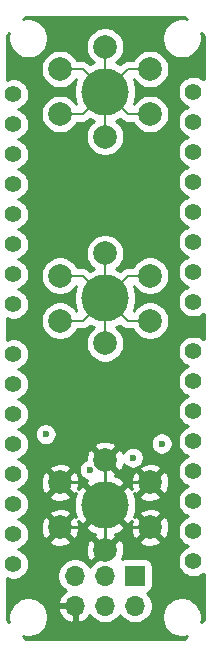
<source format=gbr>
G04 #@! TF.GenerationSoftware,KiCad,Pcbnew,5.1.5-52549c5~84~ubuntu18.04.1*
G04 #@! TF.CreationDate,2020-01-13T22:36:15-08:00*
G04 #@! TF.ProjectId,somos_wristband_1.0,736f6d6f-735f-4777-9269-737462616e64,rev?*
G04 #@! TF.SameCoordinates,Original*
G04 #@! TF.FileFunction,Copper,L4,Bot*
G04 #@! TF.FilePolarity,Positive*
%FSLAX46Y46*%
G04 Gerber Fmt 4.6, Leading zero omitted, Abs format (unit mm)*
G04 Created by KiCad (PCBNEW 5.1.5-52549c5~84~ubuntu18.04.1) date 2020-01-13 22:36:15*
%MOMM*%
%LPD*%
G04 APERTURE LIST*
%ADD10C,2.000000*%
%ADD11C,4.000000*%
%ADD12C,1.400000*%
%ADD13O,1.700000X1.700000*%
%ADD14R,1.700000X1.700000*%
%ADD15C,0.600000*%
%ADD16C,0.250000*%
%ADD17C,0.200000*%
%ADD18C,0.254000*%
G04 APERTURE END LIST*
D10*
X146190000Y-116095000D03*
X153810000Y-116095000D03*
X153810000Y-119905000D03*
X146190000Y-119905000D03*
X150000000Y-114190000D03*
X150000000Y-121810000D03*
D11*
X150000000Y-118000000D03*
D12*
X142240000Y-105220000D03*
X142240000Y-107760000D03*
X142240000Y-110300000D03*
X142240000Y-112840000D03*
X142240000Y-115380000D03*
X142240000Y-117920000D03*
X142240000Y-120460000D03*
X142240000Y-123000000D03*
D10*
X146190000Y-81095000D03*
X153810000Y-81095000D03*
X153810000Y-84905000D03*
X146190000Y-84905000D03*
X150000000Y-79190000D03*
X150000000Y-86810000D03*
D11*
X150000000Y-83000000D03*
D10*
X146190000Y-98595000D03*
X153810000Y-98595000D03*
X153810000Y-102405000D03*
X146190000Y-102405000D03*
X150000000Y-96690000D03*
X150000000Y-104310000D03*
D11*
X150000000Y-100500000D03*
D13*
X147460000Y-126540000D03*
X147460000Y-124000000D03*
X150000000Y-126540000D03*
X150000000Y-124000000D03*
X152540000Y-126540000D03*
D14*
X152540000Y-124000000D03*
D12*
X142240000Y-83220000D03*
X142240000Y-85760000D03*
X142240000Y-88300000D03*
X142240000Y-90840000D03*
X142240000Y-93380000D03*
X142240000Y-95920000D03*
X142240000Y-98460000D03*
X142240000Y-101000000D03*
X157480000Y-100780000D03*
X157480000Y-98240000D03*
X157480000Y-95700000D03*
X157480000Y-93160000D03*
X157480000Y-90620000D03*
X157480000Y-88080000D03*
X157480000Y-85540000D03*
X157480000Y-83000000D03*
X157480000Y-122780000D03*
X157480000Y-120240000D03*
X157480000Y-117700000D03*
X157480000Y-115160000D03*
X157480000Y-112620000D03*
X157480000Y-110080000D03*
X157480000Y-107540000D03*
X157480000Y-105000000D03*
D15*
X152350000Y-114000000D03*
X144970500Y-112014000D03*
X148718351Y-115020192D03*
X154798957Y-112800000D03*
X150000000Y-109000000D03*
X148000000Y-107000000D03*
X150000000Y-109000000D03*
X152000000Y-107000000D03*
X152000000Y-111000000D03*
X148000000Y-111000000D03*
X153860500Y-113982500D03*
D16*
X148095000Y-116095000D02*
X150000000Y-118000000D01*
X146190000Y-116095000D02*
X148095000Y-116095000D01*
X148095000Y-119905000D02*
X150000000Y-118000000D01*
X146190000Y-119905000D02*
X148095000Y-119905000D01*
X150000000Y-121810000D02*
X150000000Y-118000000D01*
X150000000Y-114190000D02*
X150000000Y-118000000D01*
X151905000Y-116095000D02*
X150000000Y-118000000D01*
X153810000Y-116095000D02*
X151905000Y-116095000D01*
X151905000Y-119905000D02*
X150000000Y-118000000D01*
X153810000Y-119905000D02*
X151905000Y-119905000D01*
D17*
X150000000Y-79190000D02*
X150000000Y-83000000D01*
X150000000Y-85395787D02*
X150000000Y-83000000D01*
X150000000Y-86810000D02*
X150000000Y-85395787D01*
X148095000Y-81095000D02*
X150000000Y-83000000D01*
X146190000Y-81095000D02*
X148095000Y-81095000D01*
X151905000Y-81095000D02*
X150000000Y-83000000D01*
X153810000Y-81095000D02*
X151905000Y-81095000D01*
X151905000Y-84905000D02*
X150000000Y-83000000D01*
X153810000Y-84905000D02*
X151905000Y-84905000D01*
X148095000Y-84905000D02*
X150000000Y-83000000D01*
X146190000Y-84905000D02*
X148095000Y-84905000D01*
X150000000Y-96190000D02*
X150000000Y-100000000D01*
X150000000Y-103810000D02*
X150000000Y-100000000D01*
X148095000Y-98595000D02*
X150000000Y-100500000D01*
X146190000Y-98595000D02*
X148095000Y-98595000D01*
X151905000Y-98595000D02*
X150000000Y-100500000D01*
X153810000Y-98595000D02*
X151905000Y-98595000D01*
X151905000Y-102405000D02*
X150000000Y-100500000D01*
X153810000Y-102405000D02*
X151905000Y-102405000D01*
X148095000Y-102405000D02*
X150000000Y-100500000D01*
X146190000Y-102405000D02*
X148095000Y-102405000D01*
D18*
G36*
X156935170Y-76868550D02*
G01*
X156665958Y-76815000D01*
X156334042Y-76815000D01*
X156008504Y-76879754D01*
X155701853Y-77006772D01*
X155425875Y-77191175D01*
X155191175Y-77425875D01*
X155006772Y-77701853D01*
X154879754Y-78008504D01*
X154815000Y-78334042D01*
X154815000Y-78665958D01*
X154879754Y-78991496D01*
X155006772Y-79298147D01*
X155191175Y-79574125D01*
X155425875Y-79808825D01*
X155701853Y-79993228D01*
X156008504Y-80120246D01*
X156334042Y-80185000D01*
X156665958Y-80185000D01*
X156991496Y-80120246D01*
X157298147Y-79993228D01*
X157574125Y-79808825D01*
X157808825Y-79574125D01*
X157993228Y-79298147D01*
X158120246Y-78991496D01*
X158185000Y-78665958D01*
X158185000Y-78334042D01*
X158131450Y-78064831D01*
X158340001Y-78273382D01*
X158340001Y-81972026D01*
X158331013Y-81963038D01*
X158112359Y-81816939D01*
X157869405Y-81716304D01*
X157611486Y-81665000D01*
X157348514Y-81665000D01*
X157090595Y-81716304D01*
X156847641Y-81816939D01*
X156628987Y-81963038D01*
X156443038Y-82148987D01*
X156296939Y-82367641D01*
X156196304Y-82610595D01*
X156145000Y-82868514D01*
X156145000Y-83131486D01*
X156196304Y-83389405D01*
X156296939Y-83632359D01*
X156443038Y-83851013D01*
X156628987Y-84036962D01*
X156847641Y-84183061D01*
X157057530Y-84270000D01*
X156847641Y-84356939D01*
X156628987Y-84503038D01*
X156443038Y-84688987D01*
X156296939Y-84907641D01*
X156196304Y-85150595D01*
X156145000Y-85408514D01*
X156145000Y-85671486D01*
X156196304Y-85929405D01*
X156296939Y-86172359D01*
X156443038Y-86391013D01*
X156628987Y-86576962D01*
X156847641Y-86723061D01*
X157057530Y-86810000D01*
X156847641Y-86896939D01*
X156628987Y-87043038D01*
X156443038Y-87228987D01*
X156296939Y-87447641D01*
X156196304Y-87690595D01*
X156145000Y-87948514D01*
X156145000Y-88211486D01*
X156196304Y-88469405D01*
X156296939Y-88712359D01*
X156443038Y-88931013D01*
X156628987Y-89116962D01*
X156847641Y-89263061D01*
X157057530Y-89350000D01*
X156847641Y-89436939D01*
X156628987Y-89583038D01*
X156443038Y-89768987D01*
X156296939Y-89987641D01*
X156196304Y-90230595D01*
X156145000Y-90488514D01*
X156145000Y-90751486D01*
X156196304Y-91009405D01*
X156296939Y-91252359D01*
X156443038Y-91471013D01*
X156628987Y-91656962D01*
X156847641Y-91803061D01*
X157057530Y-91890000D01*
X156847641Y-91976939D01*
X156628987Y-92123038D01*
X156443038Y-92308987D01*
X156296939Y-92527641D01*
X156196304Y-92770595D01*
X156145000Y-93028514D01*
X156145000Y-93291486D01*
X156196304Y-93549405D01*
X156296939Y-93792359D01*
X156443038Y-94011013D01*
X156628987Y-94196962D01*
X156847641Y-94343061D01*
X157057530Y-94430000D01*
X156847641Y-94516939D01*
X156628987Y-94663038D01*
X156443038Y-94848987D01*
X156296939Y-95067641D01*
X156196304Y-95310595D01*
X156145000Y-95568514D01*
X156145000Y-95831486D01*
X156196304Y-96089405D01*
X156296939Y-96332359D01*
X156443038Y-96551013D01*
X156628987Y-96736962D01*
X156847641Y-96883061D01*
X157057530Y-96970000D01*
X156847641Y-97056939D01*
X156628987Y-97203038D01*
X156443038Y-97388987D01*
X156296939Y-97607641D01*
X156196304Y-97850595D01*
X156145000Y-98108514D01*
X156145000Y-98371486D01*
X156196304Y-98629405D01*
X156296939Y-98872359D01*
X156443038Y-99091013D01*
X156628987Y-99276962D01*
X156847641Y-99423061D01*
X157057530Y-99510000D01*
X156847641Y-99596939D01*
X156628987Y-99743038D01*
X156443038Y-99928987D01*
X156296939Y-100147641D01*
X156196304Y-100390595D01*
X156145000Y-100648514D01*
X156145000Y-100911486D01*
X156196304Y-101169405D01*
X156296939Y-101412359D01*
X156443038Y-101631013D01*
X156628987Y-101816962D01*
X156847641Y-101963061D01*
X157090595Y-102063696D01*
X157348514Y-102115000D01*
X157611486Y-102115000D01*
X157869405Y-102063696D01*
X158112359Y-101963061D01*
X158331013Y-101816962D01*
X158340001Y-101807974D01*
X158340000Y-103972025D01*
X158331013Y-103963038D01*
X158112359Y-103816939D01*
X157869405Y-103716304D01*
X157611486Y-103665000D01*
X157348514Y-103665000D01*
X157090595Y-103716304D01*
X156847641Y-103816939D01*
X156628987Y-103963038D01*
X156443038Y-104148987D01*
X156296939Y-104367641D01*
X156196304Y-104610595D01*
X156145000Y-104868514D01*
X156145000Y-105131486D01*
X156196304Y-105389405D01*
X156296939Y-105632359D01*
X156443038Y-105851013D01*
X156628987Y-106036962D01*
X156847641Y-106183061D01*
X157057530Y-106270000D01*
X156847641Y-106356939D01*
X156628987Y-106503038D01*
X156443038Y-106688987D01*
X156296939Y-106907641D01*
X156196304Y-107150595D01*
X156145000Y-107408514D01*
X156145000Y-107671486D01*
X156196304Y-107929405D01*
X156296939Y-108172359D01*
X156443038Y-108391013D01*
X156628987Y-108576962D01*
X156847641Y-108723061D01*
X157057530Y-108810000D01*
X156847641Y-108896939D01*
X156628987Y-109043038D01*
X156443038Y-109228987D01*
X156296939Y-109447641D01*
X156196304Y-109690595D01*
X156145000Y-109948514D01*
X156145000Y-110211486D01*
X156196304Y-110469405D01*
X156296939Y-110712359D01*
X156443038Y-110931013D01*
X156628987Y-111116962D01*
X156847641Y-111263061D01*
X157057530Y-111350000D01*
X156847641Y-111436939D01*
X156628987Y-111583038D01*
X156443038Y-111768987D01*
X156296939Y-111987641D01*
X156196304Y-112230595D01*
X156145000Y-112488514D01*
X156145000Y-112751486D01*
X156196304Y-113009405D01*
X156296939Y-113252359D01*
X156443038Y-113471013D01*
X156628987Y-113656962D01*
X156847641Y-113803061D01*
X157057530Y-113890000D01*
X156847641Y-113976939D01*
X156628987Y-114123038D01*
X156443038Y-114308987D01*
X156296939Y-114527641D01*
X156196304Y-114770595D01*
X156145000Y-115028514D01*
X156145000Y-115291486D01*
X156196304Y-115549405D01*
X156296939Y-115792359D01*
X156443038Y-116011013D01*
X156628987Y-116196962D01*
X156847641Y-116343061D01*
X157057530Y-116430000D01*
X156847641Y-116516939D01*
X156628987Y-116663038D01*
X156443038Y-116848987D01*
X156296939Y-117067641D01*
X156196304Y-117310595D01*
X156145000Y-117568514D01*
X156145000Y-117831486D01*
X156196304Y-118089405D01*
X156296939Y-118332359D01*
X156443038Y-118551013D01*
X156628987Y-118736962D01*
X156847641Y-118883061D01*
X157057530Y-118970000D01*
X156847641Y-119056939D01*
X156628987Y-119203038D01*
X156443038Y-119388987D01*
X156296939Y-119607641D01*
X156196304Y-119850595D01*
X156145000Y-120108514D01*
X156145000Y-120371486D01*
X156196304Y-120629405D01*
X156296939Y-120872359D01*
X156443038Y-121091013D01*
X156628987Y-121276962D01*
X156847641Y-121423061D01*
X157057530Y-121510000D01*
X156847641Y-121596939D01*
X156628987Y-121743038D01*
X156443038Y-121928987D01*
X156296939Y-122147641D01*
X156196304Y-122390595D01*
X156145000Y-122648514D01*
X156145000Y-122911486D01*
X156196304Y-123169405D01*
X156296939Y-123412359D01*
X156443038Y-123631013D01*
X156628987Y-123816962D01*
X156847641Y-123963061D01*
X157090595Y-124063696D01*
X157348514Y-124115000D01*
X157611486Y-124115000D01*
X157869405Y-124063696D01*
X158112359Y-123963061D01*
X158331013Y-123816962D01*
X158340000Y-123807975D01*
X158340000Y-127726619D01*
X158131450Y-127935169D01*
X158185000Y-127665958D01*
X158185000Y-127334042D01*
X158120246Y-127008504D01*
X157993228Y-126701853D01*
X157808825Y-126425875D01*
X157574125Y-126191175D01*
X157298147Y-126006772D01*
X156991496Y-125879754D01*
X156665958Y-125815000D01*
X156334042Y-125815000D01*
X156008504Y-125879754D01*
X155701853Y-126006772D01*
X155425875Y-126191175D01*
X155191175Y-126425875D01*
X155006772Y-126701853D01*
X154879754Y-127008504D01*
X154815000Y-127334042D01*
X154815000Y-127665958D01*
X154879754Y-127991496D01*
X155006772Y-128298147D01*
X155191175Y-128574125D01*
X155425875Y-128808825D01*
X155701853Y-128993228D01*
X156008504Y-129120246D01*
X156334042Y-129185000D01*
X156665958Y-129185000D01*
X156935170Y-129131450D01*
X156726620Y-129340000D01*
X143273381Y-129340000D01*
X143064831Y-129131450D01*
X143334042Y-129185000D01*
X143665958Y-129185000D01*
X143991496Y-129120246D01*
X144298147Y-128993228D01*
X144574125Y-128808825D01*
X144808825Y-128574125D01*
X144993228Y-128298147D01*
X145120246Y-127991496D01*
X145185000Y-127665958D01*
X145185000Y-127334042D01*
X145120246Y-127008504D01*
X145074015Y-126896891D01*
X146018519Y-126896891D01*
X146115843Y-127171252D01*
X146264822Y-127421355D01*
X146459731Y-127637588D01*
X146693080Y-127811641D01*
X146955901Y-127936825D01*
X147103110Y-127981476D01*
X147333000Y-127860155D01*
X147333000Y-126667000D01*
X146139186Y-126667000D01*
X146018519Y-126896891D01*
X145074015Y-126896891D01*
X144993228Y-126701853D01*
X144808825Y-126425875D01*
X144574125Y-126191175D01*
X144298147Y-126006772D01*
X143991496Y-125879754D01*
X143665958Y-125815000D01*
X143334042Y-125815000D01*
X143008504Y-125879754D01*
X142701853Y-126006772D01*
X142425875Y-126191175D01*
X142191175Y-126425875D01*
X142006772Y-126701853D01*
X141879754Y-127008504D01*
X141815000Y-127334042D01*
X141815000Y-127665958D01*
X141868550Y-127935170D01*
X141660000Y-127726620D01*
X141660000Y-124204749D01*
X141850595Y-124283696D01*
X142108514Y-124335000D01*
X142371486Y-124335000D01*
X142629405Y-124283696D01*
X142872359Y-124183061D01*
X143091013Y-124036962D01*
X143274235Y-123853740D01*
X145975000Y-123853740D01*
X145975000Y-124146260D01*
X146032068Y-124433158D01*
X146144010Y-124703411D01*
X146306525Y-124946632D01*
X146513368Y-125153475D01*
X146689406Y-125271100D01*
X146459731Y-125442412D01*
X146264822Y-125658645D01*
X146115843Y-125908748D01*
X146018519Y-126183109D01*
X146139186Y-126413000D01*
X147333000Y-126413000D01*
X147333000Y-126393000D01*
X147587000Y-126393000D01*
X147587000Y-126413000D01*
X147607000Y-126413000D01*
X147607000Y-126667000D01*
X147587000Y-126667000D01*
X147587000Y-127860155D01*
X147816890Y-127981476D01*
X147964099Y-127936825D01*
X148226920Y-127811641D01*
X148460269Y-127637588D01*
X148655178Y-127421355D01*
X148724805Y-127304466D01*
X148846525Y-127486632D01*
X149053368Y-127693475D01*
X149296589Y-127855990D01*
X149566842Y-127967932D01*
X149853740Y-128025000D01*
X150146260Y-128025000D01*
X150433158Y-127967932D01*
X150703411Y-127855990D01*
X150946632Y-127693475D01*
X151153475Y-127486632D01*
X151270000Y-127312240D01*
X151386525Y-127486632D01*
X151593368Y-127693475D01*
X151836589Y-127855990D01*
X152106842Y-127967932D01*
X152393740Y-128025000D01*
X152686260Y-128025000D01*
X152973158Y-127967932D01*
X153243411Y-127855990D01*
X153486632Y-127693475D01*
X153693475Y-127486632D01*
X153855990Y-127243411D01*
X153967932Y-126973158D01*
X154025000Y-126686260D01*
X154025000Y-126393740D01*
X153967932Y-126106842D01*
X153855990Y-125836589D01*
X153693475Y-125593368D01*
X153561620Y-125461513D01*
X153634180Y-125439502D01*
X153744494Y-125380537D01*
X153841185Y-125301185D01*
X153920537Y-125204494D01*
X153979502Y-125094180D01*
X154015812Y-124974482D01*
X154028072Y-124850000D01*
X154028072Y-123150000D01*
X154015812Y-123025518D01*
X153979502Y-122905820D01*
X153920537Y-122795506D01*
X153841185Y-122698815D01*
X153744494Y-122619463D01*
X153634180Y-122560498D01*
X153514482Y-122524188D01*
X153390000Y-122511928D01*
X151690000Y-122511928D01*
X151565518Y-122524188D01*
X151454366Y-122557905D01*
X151540704Y-122380429D01*
X151622384Y-122068892D01*
X151641718Y-121747405D01*
X151597961Y-121428325D01*
X151492795Y-121123912D01*
X151448165Y-121040413D01*
X152854192Y-121040413D01*
X152949956Y-121304814D01*
X153239571Y-121445704D01*
X153551108Y-121527384D01*
X153872595Y-121546718D01*
X154191675Y-121502961D01*
X154496088Y-121397795D01*
X154670044Y-121304814D01*
X154765808Y-121040413D01*
X153810000Y-120084605D01*
X152854192Y-121040413D01*
X151448165Y-121040413D01*
X151399814Y-120949956D01*
X151135413Y-120854192D01*
X150179605Y-121810000D01*
X150193748Y-121824143D01*
X150014143Y-122003748D01*
X150000000Y-121989605D01*
X149311963Y-122677642D01*
X149296589Y-122684010D01*
X149053368Y-122846525D01*
X148846525Y-123053368D01*
X148730000Y-123227760D01*
X148613475Y-123053368D01*
X148406632Y-122846525D01*
X148163411Y-122684010D01*
X147893158Y-122572068D01*
X147606260Y-122515000D01*
X147313740Y-122515000D01*
X147026842Y-122572068D01*
X146756589Y-122684010D01*
X146513368Y-122846525D01*
X146306525Y-123053368D01*
X146144010Y-123296589D01*
X146032068Y-123566842D01*
X145975000Y-123853740D01*
X143274235Y-123853740D01*
X143276962Y-123851013D01*
X143423061Y-123632359D01*
X143523696Y-123389405D01*
X143575000Y-123131486D01*
X143575000Y-122868514D01*
X143523696Y-122610595D01*
X143423061Y-122367641D01*
X143276962Y-122148987D01*
X143091013Y-121963038D01*
X142955655Y-121872595D01*
X148358282Y-121872595D01*
X148402039Y-122191675D01*
X148507205Y-122496088D01*
X148600186Y-122670044D01*
X148864587Y-122765808D01*
X149820395Y-121810000D01*
X148864587Y-120854192D01*
X148600186Y-120949956D01*
X148459296Y-121239571D01*
X148377616Y-121551108D01*
X148358282Y-121872595D01*
X142955655Y-121872595D01*
X142872359Y-121816939D01*
X142662470Y-121730000D01*
X142872359Y-121643061D01*
X143091013Y-121496962D01*
X143276962Y-121311013D01*
X143423061Y-121092359D01*
X143444577Y-121040413D01*
X145234192Y-121040413D01*
X145329956Y-121304814D01*
X145619571Y-121445704D01*
X145931108Y-121527384D01*
X146252595Y-121546718D01*
X146571675Y-121502961D01*
X146876088Y-121397795D01*
X147050044Y-121304814D01*
X147145808Y-121040413D01*
X146190000Y-120084605D01*
X145234192Y-121040413D01*
X143444577Y-121040413D01*
X143523696Y-120849405D01*
X143575000Y-120591486D01*
X143575000Y-120328514D01*
X143523696Y-120070595D01*
X143481032Y-119967595D01*
X144548282Y-119967595D01*
X144592039Y-120286675D01*
X144697205Y-120591088D01*
X144790186Y-120765044D01*
X145054587Y-120860808D01*
X146010395Y-119905000D01*
X145054587Y-118949192D01*
X144790186Y-119044956D01*
X144649296Y-119334571D01*
X144567616Y-119646108D01*
X144548282Y-119967595D01*
X143481032Y-119967595D01*
X143423061Y-119827641D01*
X143276962Y-119608987D01*
X143091013Y-119423038D01*
X142872359Y-119276939D01*
X142662470Y-119190000D01*
X142872359Y-119103061D01*
X143091013Y-118956962D01*
X143276962Y-118771013D01*
X143277914Y-118769587D01*
X145234192Y-118769587D01*
X146190000Y-119725395D01*
X147145808Y-118769587D01*
X147050044Y-118505186D01*
X146760429Y-118364296D01*
X146448892Y-118282616D01*
X146127405Y-118263282D01*
X145808325Y-118307039D01*
X145503912Y-118412205D01*
X145329956Y-118505186D01*
X145234192Y-118769587D01*
X143277914Y-118769587D01*
X143423061Y-118552359D01*
X143523696Y-118309405D01*
X143575000Y-118051486D01*
X143575000Y-117788514D01*
X143523696Y-117530595D01*
X143423061Y-117287641D01*
X143384823Y-117230413D01*
X145234192Y-117230413D01*
X145329956Y-117494814D01*
X145619571Y-117635704D01*
X145931108Y-117717384D01*
X146252595Y-117736718D01*
X146571675Y-117692961D01*
X146876088Y-117587795D01*
X147050044Y-117494814D01*
X147145808Y-117230413D01*
X146190000Y-116274605D01*
X145234192Y-117230413D01*
X143384823Y-117230413D01*
X143276962Y-117068987D01*
X143091013Y-116883038D01*
X142872359Y-116736939D01*
X142662470Y-116650000D01*
X142872359Y-116563061D01*
X143091013Y-116416962D01*
X143276962Y-116231013D01*
X143326018Y-116157595D01*
X144548282Y-116157595D01*
X144592039Y-116476675D01*
X144697205Y-116781088D01*
X144790186Y-116955044D01*
X145054587Y-117050808D01*
X146010395Y-116095000D01*
X146369605Y-116095000D01*
X147325413Y-117050808D01*
X147568860Y-116962633D01*
X147545062Y-117008105D01*
X147398725Y-117506098D01*
X147352352Y-118023071D01*
X147407727Y-118539159D01*
X147562721Y-119034526D01*
X147563130Y-119035291D01*
X147325413Y-118949192D01*
X146369605Y-119905000D01*
X147325413Y-120860808D01*
X147589814Y-120765044D01*
X147730704Y-120475429D01*
X147812384Y-120163892D01*
X147831411Y-119847499D01*
X148332106Y-119847499D01*
X148548228Y-120214258D01*
X149008105Y-120454938D01*
X149112623Y-120485651D01*
X149044192Y-120674587D01*
X150000000Y-121630395D01*
X150955808Y-120674587D01*
X150886619Y-120483557D01*
X151034526Y-120437279D01*
X151451772Y-120214258D01*
X151667894Y-119847499D01*
X150000000Y-118179605D01*
X148332106Y-119847499D01*
X147831411Y-119847499D01*
X147831718Y-119842405D01*
X147787961Y-119523325D01*
X147722121Y-119332744D01*
X147785742Y-119451772D01*
X148152501Y-119667894D01*
X149820395Y-118000000D01*
X150179605Y-118000000D01*
X151847499Y-119667894D01*
X152214258Y-119451772D01*
X152262972Y-119358693D01*
X152187616Y-119646108D01*
X152168282Y-119967595D01*
X152212039Y-120286675D01*
X152317205Y-120591088D01*
X152410186Y-120765044D01*
X152674587Y-120860808D01*
X153630395Y-119905000D01*
X153989605Y-119905000D01*
X154945413Y-120860808D01*
X155209814Y-120765044D01*
X155350704Y-120475429D01*
X155432384Y-120163892D01*
X155451718Y-119842405D01*
X155407961Y-119523325D01*
X155302795Y-119218912D01*
X155209814Y-119044956D01*
X154945413Y-118949192D01*
X153989605Y-119905000D01*
X153630395Y-119905000D01*
X152674587Y-118949192D01*
X152431140Y-119037367D01*
X152454938Y-118991895D01*
X152520263Y-118769587D01*
X152854192Y-118769587D01*
X153810000Y-119725395D01*
X154765808Y-118769587D01*
X154670044Y-118505186D01*
X154380429Y-118364296D01*
X154068892Y-118282616D01*
X153747405Y-118263282D01*
X153428325Y-118307039D01*
X153123912Y-118412205D01*
X152949956Y-118505186D01*
X152854192Y-118769587D01*
X152520263Y-118769587D01*
X152601275Y-118493902D01*
X152647648Y-117976929D01*
X152592273Y-117460841D01*
X152520176Y-117230413D01*
X152854192Y-117230413D01*
X152949956Y-117494814D01*
X153239571Y-117635704D01*
X153551108Y-117717384D01*
X153872595Y-117736718D01*
X154191675Y-117692961D01*
X154496088Y-117587795D01*
X154670044Y-117494814D01*
X154765808Y-117230413D01*
X153810000Y-116274605D01*
X152854192Y-117230413D01*
X152520176Y-117230413D01*
X152437279Y-116965474D01*
X152436870Y-116964709D01*
X152674587Y-117050808D01*
X153630395Y-116095000D01*
X153989605Y-116095000D01*
X154945413Y-117050808D01*
X155209814Y-116955044D01*
X155350704Y-116665429D01*
X155432384Y-116353892D01*
X155451718Y-116032405D01*
X155407961Y-115713325D01*
X155302795Y-115408912D01*
X155209814Y-115234956D01*
X154945413Y-115139192D01*
X153989605Y-116095000D01*
X153630395Y-116095000D01*
X152674587Y-115139192D01*
X152410186Y-115234956D01*
X152269296Y-115524571D01*
X152187616Y-115836108D01*
X152168282Y-116157595D01*
X152212039Y-116476675D01*
X152277879Y-116667256D01*
X152214258Y-116548228D01*
X151847499Y-116332106D01*
X150179605Y-118000000D01*
X149820395Y-118000000D01*
X148152501Y-116332106D01*
X147785742Y-116548228D01*
X147737028Y-116641307D01*
X147812384Y-116353892D01*
X147831718Y-116032405D01*
X147787961Y-115713325D01*
X147682795Y-115408912D01*
X147589814Y-115234956D01*
X147325413Y-115139192D01*
X146369605Y-116095000D01*
X146010395Y-116095000D01*
X145054587Y-115139192D01*
X144790186Y-115234956D01*
X144649296Y-115524571D01*
X144567616Y-115836108D01*
X144548282Y-116157595D01*
X143326018Y-116157595D01*
X143423061Y-116012359D01*
X143523696Y-115769405D01*
X143575000Y-115511486D01*
X143575000Y-115248514D01*
X143523696Y-114990595D01*
X143510853Y-114959587D01*
X145234192Y-114959587D01*
X146190000Y-115915395D01*
X147145808Y-114959587D01*
X147134405Y-114928103D01*
X147783351Y-114928103D01*
X147783351Y-115112281D01*
X147819283Y-115292921D01*
X147889765Y-115463081D01*
X147992089Y-115616220D01*
X148122323Y-115746454D01*
X148275462Y-115848778D01*
X148445622Y-115919260D01*
X148467039Y-115923520D01*
X148332106Y-116152501D01*
X150000000Y-117820395D01*
X151667894Y-116152501D01*
X151451772Y-115785742D01*
X150991895Y-115545062D01*
X150887377Y-115514349D01*
X150955808Y-115325413D01*
X150000000Y-114369605D01*
X149985858Y-114383748D01*
X149806253Y-114204143D01*
X149820395Y-114190000D01*
X150179605Y-114190000D01*
X151135413Y-115145808D01*
X151399814Y-115050044D01*
X151540704Y-114760429D01*
X151595060Y-114553108D01*
X151623738Y-114596028D01*
X151753972Y-114726262D01*
X151907111Y-114828586D01*
X152077271Y-114899068D01*
X152257911Y-114935000D01*
X152442089Y-114935000D01*
X152622729Y-114899068D01*
X152792889Y-114828586D01*
X152936361Y-114732721D01*
X152854192Y-114959587D01*
X153810000Y-115915395D01*
X154765808Y-114959587D01*
X154670044Y-114695186D01*
X154380429Y-114554296D01*
X154068892Y-114472616D01*
X153747405Y-114453282D01*
X153428325Y-114497039D01*
X153123912Y-114602205D01*
X153008277Y-114664013D01*
X153076262Y-114596028D01*
X153178586Y-114442889D01*
X153249068Y-114272729D01*
X153285000Y-114092089D01*
X153285000Y-113907911D01*
X153249068Y-113727271D01*
X153178586Y-113557111D01*
X153076262Y-113403972D01*
X152946028Y-113273738D01*
X152792889Y-113171414D01*
X152622729Y-113100932D01*
X152442089Y-113065000D01*
X152257911Y-113065000D01*
X152077271Y-113100932D01*
X151907111Y-113171414D01*
X151753972Y-113273738D01*
X151623738Y-113403972D01*
X151521414Y-113557111D01*
X151515831Y-113570591D01*
X151492795Y-113503912D01*
X151399814Y-113329956D01*
X151135413Y-113234192D01*
X150179605Y-114190000D01*
X149820395Y-114190000D01*
X148864587Y-113234192D01*
X148600186Y-113329956D01*
X148459296Y-113619571D01*
X148377616Y-113931108D01*
X148364159Y-114154867D01*
X148275462Y-114191606D01*
X148122323Y-114293930D01*
X147992089Y-114424164D01*
X147889765Y-114577303D01*
X147819283Y-114747463D01*
X147783351Y-114928103D01*
X147134405Y-114928103D01*
X147050044Y-114695186D01*
X146760429Y-114554296D01*
X146448892Y-114472616D01*
X146127405Y-114453282D01*
X145808325Y-114497039D01*
X145503912Y-114602205D01*
X145329956Y-114695186D01*
X145234192Y-114959587D01*
X143510853Y-114959587D01*
X143423061Y-114747641D01*
X143276962Y-114528987D01*
X143091013Y-114343038D01*
X142872359Y-114196939D01*
X142662470Y-114110000D01*
X142872359Y-114023061D01*
X143091013Y-113876962D01*
X143276962Y-113691013D01*
X143423061Y-113472359D01*
X143523696Y-113229405D01*
X143558469Y-113054587D01*
X149044192Y-113054587D01*
X150000000Y-114010395D01*
X150955808Y-113054587D01*
X150860044Y-112790186D01*
X150690919Y-112707911D01*
X153863957Y-112707911D01*
X153863957Y-112892089D01*
X153899889Y-113072729D01*
X153970371Y-113242889D01*
X154072695Y-113396028D01*
X154202929Y-113526262D01*
X154356068Y-113628586D01*
X154526228Y-113699068D01*
X154706868Y-113735000D01*
X154891046Y-113735000D01*
X155071686Y-113699068D01*
X155241846Y-113628586D01*
X155394985Y-113526262D01*
X155525219Y-113396028D01*
X155627543Y-113242889D01*
X155698025Y-113072729D01*
X155733957Y-112892089D01*
X155733957Y-112707911D01*
X155698025Y-112527271D01*
X155627543Y-112357111D01*
X155525219Y-112203972D01*
X155394985Y-112073738D01*
X155241846Y-111971414D01*
X155071686Y-111900932D01*
X154891046Y-111865000D01*
X154706868Y-111865000D01*
X154526228Y-111900932D01*
X154356068Y-111971414D01*
X154202929Y-112073738D01*
X154072695Y-112203972D01*
X153970371Y-112357111D01*
X153899889Y-112527271D01*
X153863957Y-112707911D01*
X150690919Y-112707911D01*
X150570429Y-112649296D01*
X150258892Y-112567616D01*
X149937405Y-112548282D01*
X149618325Y-112592039D01*
X149313912Y-112697205D01*
X149139956Y-112790186D01*
X149044192Y-113054587D01*
X143558469Y-113054587D01*
X143575000Y-112971486D01*
X143575000Y-112708514D01*
X143523696Y-112450595D01*
X143423061Y-112207641D01*
X143276962Y-111988987D01*
X143209886Y-111921911D01*
X144035500Y-111921911D01*
X144035500Y-112106089D01*
X144071432Y-112286729D01*
X144141914Y-112456889D01*
X144244238Y-112610028D01*
X144374472Y-112740262D01*
X144527611Y-112842586D01*
X144697771Y-112913068D01*
X144878411Y-112949000D01*
X145062589Y-112949000D01*
X145243229Y-112913068D01*
X145413389Y-112842586D01*
X145566528Y-112740262D01*
X145696762Y-112610028D01*
X145799086Y-112456889D01*
X145869568Y-112286729D01*
X145905500Y-112106089D01*
X145905500Y-111921911D01*
X145869568Y-111741271D01*
X145799086Y-111571111D01*
X145696762Y-111417972D01*
X145566528Y-111287738D01*
X145413389Y-111185414D01*
X145243229Y-111114932D01*
X145062589Y-111079000D01*
X144878411Y-111079000D01*
X144697771Y-111114932D01*
X144527611Y-111185414D01*
X144374472Y-111287738D01*
X144244238Y-111417972D01*
X144141914Y-111571111D01*
X144071432Y-111741271D01*
X144035500Y-111921911D01*
X143209886Y-111921911D01*
X143091013Y-111803038D01*
X142872359Y-111656939D01*
X142662470Y-111570000D01*
X142872359Y-111483061D01*
X143091013Y-111336962D01*
X143276962Y-111151013D01*
X143423061Y-110932359D01*
X143523696Y-110689405D01*
X143575000Y-110431486D01*
X143575000Y-110168514D01*
X143523696Y-109910595D01*
X143423061Y-109667641D01*
X143276962Y-109448987D01*
X143091013Y-109263038D01*
X142872359Y-109116939D01*
X142662470Y-109030000D01*
X142872359Y-108943061D01*
X143091013Y-108796962D01*
X143276962Y-108611013D01*
X143423061Y-108392359D01*
X143523696Y-108149405D01*
X143575000Y-107891486D01*
X143575000Y-107628514D01*
X143523696Y-107370595D01*
X143423061Y-107127641D01*
X143276962Y-106908987D01*
X143091013Y-106723038D01*
X142872359Y-106576939D01*
X142662470Y-106490000D01*
X142872359Y-106403061D01*
X143091013Y-106256962D01*
X143276962Y-106071013D01*
X143423061Y-105852359D01*
X143523696Y-105609405D01*
X143575000Y-105351486D01*
X143575000Y-105088514D01*
X143523696Y-104830595D01*
X143423061Y-104587641D01*
X143276962Y-104368987D01*
X143091013Y-104183038D01*
X142872359Y-104036939D01*
X142629405Y-103936304D01*
X142371486Y-103885000D01*
X142108514Y-103885000D01*
X141850595Y-103936304D01*
X141660000Y-104015251D01*
X141660000Y-102204749D01*
X141850595Y-102283696D01*
X142108514Y-102335000D01*
X142371486Y-102335000D01*
X142629405Y-102283696D01*
X142872359Y-102183061D01*
X143091013Y-102036962D01*
X143276962Y-101851013D01*
X143423061Y-101632359D01*
X143523696Y-101389405D01*
X143575000Y-101131486D01*
X143575000Y-100868514D01*
X143523696Y-100610595D01*
X143423061Y-100367641D01*
X143276962Y-100148987D01*
X143091013Y-99963038D01*
X142872359Y-99816939D01*
X142662470Y-99730000D01*
X142872359Y-99643061D01*
X143091013Y-99496962D01*
X143276962Y-99311013D01*
X143423061Y-99092359D01*
X143523696Y-98849405D01*
X143575000Y-98591486D01*
X143575000Y-98433967D01*
X144555000Y-98433967D01*
X144555000Y-98756033D01*
X144617832Y-99071912D01*
X144741082Y-99369463D01*
X144920013Y-99637252D01*
X145147748Y-99864987D01*
X145415537Y-100043918D01*
X145713088Y-100167168D01*
X146028967Y-100230000D01*
X146351033Y-100230000D01*
X146666912Y-100167168D01*
X146964463Y-100043918D01*
X147232252Y-99864987D01*
X147459987Y-99637252D01*
X147579094Y-99458996D01*
X147466261Y-99731399D01*
X147365000Y-100240475D01*
X147365000Y-100759525D01*
X147466261Y-101268601D01*
X147579094Y-101541004D01*
X147459987Y-101362748D01*
X147232252Y-101135013D01*
X146964463Y-100956082D01*
X146666912Y-100832832D01*
X146351033Y-100770000D01*
X146028967Y-100770000D01*
X145713088Y-100832832D01*
X145415537Y-100956082D01*
X145147748Y-101135013D01*
X144920013Y-101362748D01*
X144741082Y-101630537D01*
X144617832Y-101928088D01*
X144555000Y-102243967D01*
X144555000Y-102566033D01*
X144617832Y-102881912D01*
X144741082Y-103179463D01*
X144920013Y-103447252D01*
X145147748Y-103674987D01*
X145415537Y-103853918D01*
X145713088Y-103977168D01*
X146028967Y-104040000D01*
X146351033Y-104040000D01*
X146666912Y-103977168D01*
X146964463Y-103853918D01*
X147232252Y-103674987D01*
X147459987Y-103447252D01*
X147638918Y-103179463D01*
X147655264Y-103140000D01*
X148058895Y-103140000D01*
X148095000Y-103143556D01*
X148131105Y-103140000D01*
X148239085Y-103129365D01*
X148377633Y-103087337D01*
X148505320Y-103019087D01*
X148617238Y-102927238D01*
X148640258Y-102899188D01*
X148723373Y-102816073D01*
X148751859Y-102835107D01*
X149068266Y-102966167D01*
X148957748Y-103040013D01*
X148730013Y-103267748D01*
X148551082Y-103535537D01*
X148427832Y-103833088D01*
X148365000Y-104148967D01*
X148365000Y-104471033D01*
X148427832Y-104786912D01*
X148551082Y-105084463D01*
X148730013Y-105352252D01*
X148957748Y-105579987D01*
X149225537Y-105758918D01*
X149523088Y-105882168D01*
X149838967Y-105945000D01*
X150161033Y-105945000D01*
X150476912Y-105882168D01*
X150774463Y-105758918D01*
X151042252Y-105579987D01*
X151269987Y-105352252D01*
X151448918Y-105084463D01*
X151572168Y-104786912D01*
X151635000Y-104471033D01*
X151635000Y-104148967D01*
X151572168Y-103833088D01*
X151448918Y-103535537D01*
X151269987Y-103267748D01*
X151042252Y-103040013D01*
X150931734Y-102966167D01*
X151248141Y-102835107D01*
X151276627Y-102816074D01*
X151359746Y-102899193D01*
X151382762Y-102927238D01*
X151494680Y-103019087D01*
X151622367Y-103087337D01*
X151760915Y-103129365D01*
X151905000Y-103143556D01*
X151941105Y-103140000D01*
X152344736Y-103140000D01*
X152361082Y-103179463D01*
X152540013Y-103447252D01*
X152767748Y-103674987D01*
X153035537Y-103853918D01*
X153333088Y-103977168D01*
X153648967Y-104040000D01*
X153971033Y-104040000D01*
X154286912Y-103977168D01*
X154584463Y-103853918D01*
X154852252Y-103674987D01*
X155079987Y-103447252D01*
X155258918Y-103179463D01*
X155382168Y-102881912D01*
X155445000Y-102566033D01*
X155445000Y-102243967D01*
X155382168Y-101928088D01*
X155258918Y-101630537D01*
X155079987Y-101362748D01*
X154852252Y-101135013D01*
X154584463Y-100956082D01*
X154286912Y-100832832D01*
X153971033Y-100770000D01*
X153648967Y-100770000D01*
X153333088Y-100832832D01*
X153035537Y-100956082D01*
X152767748Y-101135013D01*
X152540013Y-101362748D01*
X152420906Y-101541004D01*
X152533739Y-101268601D01*
X152635000Y-100759525D01*
X152635000Y-100240475D01*
X152533739Y-99731399D01*
X152420906Y-99458996D01*
X152540013Y-99637252D01*
X152767748Y-99864987D01*
X153035537Y-100043918D01*
X153333088Y-100167168D01*
X153648967Y-100230000D01*
X153971033Y-100230000D01*
X154286912Y-100167168D01*
X154584463Y-100043918D01*
X154852252Y-99864987D01*
X155079987Y-99637252D01*
X155258918Y-99369463D01*
X155382168Y-99071912D01*
X155445000Y-98756033D01*
X155445000Y-98433967D01*
X155382168Y-98118088D01*
X155258918Y-97820537D01*
X155079987Y-97552748D01*
X154852252Y-97325013D01*
X154584463Y-97146082D01*
X154286912Y-97022832D01*
X153971033Y-96960000D01*
X153648967Y-96960000D01*
X153333088Y-97022832D01*
X153035537Y-97146082D01*
X152767748Y-97325013D01*
X152540013Y-97552748D01*
X152361082Y-97820537D01*
X152344736Y-97860000D01*
X151941105Y-97860000D01*
X151905000Y-97856444D01*
X151868895Y-97860000D01*
X151760915Y-97870635D01*
X151622367Y-97912663D01*
X151494680Y-97980913D01*
X151382762Y-98072762D01*
X151359746Y-98100807D01*
X151276627Y-98183926D01*
X151248141Y-98164893D01*
X150931734Y-98033833D01*
X151042252Y-97959987D01*
X151269987Y-97732252D01*
X151448918Y-97464463D01*
X151572168Y-97166912D01*
X151635000Y-96851033D01*
X151635000Y-96528967D01*
X151572168Y-96213088D01*
X151448918Y-95915537D01*
X151269987Y-95647748D01*
X151042252Y-95420013D01*
X150774463Y-95241082D01*
X150476912Y-95117832D01*
X150161033Y-95055000D01*
X149838967Y-95055000D01*
X149523088Y-95117832D01*
X149225537Y-95241082D01*
X148957748Y-95420013D01*
X148730013Y-95647748D01*
X148551082Y-95915537D01*
X148427832Y-96213088D01*
X148365000Y-96528967D01*
X148365000Y-96851033D01*
X148427832Y-97166912D01*
X148551082Y-97464463D01*
X148730013Y-97732252D01*
X148957748Y-97959987D01*
X149068266Y-98033833D01*
X148751859Y-98164893D01*
X148723373Y-98183927D01*
X148640258Y-98100812D01*
X148617238Y-98072762D01*
X148505320Y-97980913D01*
X148377633Y-97912663D01*
X148239085Y-97870635D01*
X148131105Y-97860000D01*
X148095000Y-97856444D01*
X148058895Y-97860000D01*
X147655264Y-97860000D01*
X147638918Y-97820537D01*
X147459987Y-97552748D01*
X147232252Y-97325013D01*
X146964463Y-97146082D01*
X146666912Y-97022832D01*
X146351033Y-96960000D01*
X146028967Y-96960000D01*
X145713088Y-97022832D01*
X145415537Y-97146082D01*
X145147748Y-97325013D01*
X144920013Y-97552748D01*
X144741082Y-97820537D01*
X144617832Y-98118088D01*
X144555000Y-98433967D01*
X143575000Y-98433967D01*
X143575000Y-98328514D01*
X143523696Y-98070595D01*
X143423061Y-97827641D01*
X143276962Y-97608987D01*
X143091013Y-97423038D01*
X142872359Y-97276939D01*
X142662470Y-97190000D01*
X142872359Y-97103061D01*
X143091013Y-96956962D01*
X143276962Y-96771013D01*
X143423061Y-96552359D01*
X143523696Y-96309405D01*
X143575000Y-96051486D01*
X143575000Y-95788514D01*
X143523696Y-95530595D01*
X143423061Y-95287641D01*
X143276962Y-95068987D01*
X143091013Y-94883038D01*
X142872359Y-94736939D01*
X142662470Y-94650000D01*
X142872359Y-94563061D01*
X143091013Y-94416962D01*
X143276962Y-94231013D01*
X143423061Y-94012359D01*
X143523696Y-93769405D01*
X143575000Y-93511486D01*
X143575000Y-93248514D01*
X143523696Y-92990595D01*
X143423061Y-92747641D01*
X143276962Y-92528987D01*
X143091013Y-92343038D01*
X142872359Y-92196939D01*
X142662470Y-92110000D01*
X142872359Y-92023061D01*
X143091013Y-91876962D01*
X143276962Y-91691013D01*
X143423061Y-91472359D01*
X143523696Y-91229405D01*
X143575000Y-90971486D01*
X143575000Y-90708514D01*
X143523696Y-90450595D01*
X143423061Y-90207641D01*
X143276962Y-89988987D01*
X143091013Y-89803038D01*
X142872359Y-89656939D01*
X142662470Y-89570000D01*
X142872359Y-89483061D01*
X143091013Y-89336962D01*
X143276962Y-89151013D01*
X143423061Y-88932359D01*
X143523696Y-88689405D01*
X143575000Y-88431486D01*
X143575000Y-88168514D01*
X143523696Y-87910595D01*
X143423061Y-87667641D01*
X143276962Y-87448987D01*
X143091013Y-87263038D01*
X142872359Y-87116939D01*
X142662470Y-87030000D01*
X142872359Y-86943061D01*
X143091013Y-86796962D01*
X143276962Y-86611013D01*
X143423061Y-86392359D01*
X143523696Y-86149405D01*
X143575000Y-85891486D01*
X143575000Y-85628514D01*
X143523696Y-85370595D01*
X143423061Y-85127641D01*
X143276962Y-84908987D01*
X143091013Y-84723038D01*
X142872359Y-84576939D01*
X142662470Y-84490000D01*
X142872359Y-84403061D01*
X143091013Y-84256962D01*
X143276962Y-84071013D01*
X143423061Y-83852359D01*
X143523696Y-83609405D01*
X143575000Y-83351486D01*
X143575000Y-83088514D01*
X143523696Y-82830595D01*
X143423061Y-82587641D01*
X143276962Y-82368987D01*
X143091013Y-82183038D01*
X142872359Y-82036939D01*
X142629405Y-81936304D01*
X142371486Y-81885000D01*
X142108514Y-81885000D01*
X141850595Y-81936304D01*
X141660000Y-82015251D01*
X141660000Y-80933967D01*
X144555000Y-80933967D01*
X144555000Y-81256033D01*
X144617832Y-81571912D01*
X144741082Y-81869463D01*
X144920013Y-82137252D01*
X145147748Y-82364987D01*
X145415537Y-82543918D01*
X145713088Y-82667168D01*
X146028967Y-82730000D01*
X146351033Y-82730000D01*
X146666912Y-82667168D01*
X146964463Y-82543918D01*
X147232252Y-82364987D01*
X147459987Y-82137252D01*
X147579094Y-81958996D01*
X147466261Y-82231399D01*
X147365000Y-82740475D01*
X147365000Y-83259525D01*
X147466261Y-83768601D01*
X147579094Y-84041004D01*
X147459987Y-83862748D01*
X147232252Y-83635013D01*
X146964463Y-83456082D01*
X146666912Y-83332832D01*
X146351033Y-83270000D01*
X146028967Y-83270000D01*
X145713088Y-83332832D01*
X145415537Y-83456082D01*
X145147748Y-83635013D01*
X144920013Y-83862748D01*
X144741082Y-84130537D01*
X144617832Y-84428088D01*
X144555000Y-84743967D01*
X144555000Y-85066033D01*
X144617832Y-85381912D01*
X144741082Y-85679463D01*
X144920013Y-85947252D01*
X145147748Y-86174987D01*
X145415537Y-86353918D01*
X145713088Y-86477168D01*
X146028967Y-86540000D01*
X146351033Y-86540000D01*
X146666912Y-86477168D01*
X146964463Y-86353918D01*
X147232252Y-86174987D01*
X147459987Y-85947252D01*
X147638918Y-85679463D01*
X147655264Y-85640000D01*
X148058895Y-85640000D01*
X148095000Y-85643556D01*
X148131105Y-85640000D01*
X148239085Y-85629365D01*
X148377633Y-85587337D01*
X148505320Y-85519087D01*
X148617238Y-85427238D01*
X148640258Y-85399188D01*
X148723373Y-85316073D01*
X148751859Y-85335107D01*
X149068266Y-85466167D01*
X148957748Y-85540013D01*
X148730013Y-85767748D01*
X148551082Y-86035537D01*
X148427832Y-86333088D01*
X148365000Y-86648967D01*
X148365000Y-86971033D01*
X148427832Y-87286912D01*
X148551082Y-87584463D01*
X148730013Y-87852252D01*
X148957748Y-88079987D01*
X149225537Y-88258918D01*
X149523088Y-88382168D01*
X149838967Y-88445000D01*
X150161033Y-88445000D01*
X150476912Y-88382168D01*
X150774463Y-88258918D01*
X151042252Y-88079987D01*
X151269987Y-87852252D01*
X151448918Y-87584463D01*
X151572168Y-87286912D01*
X151635000Y-86971033D01*
X151635000Y-86648967D01*
X151572168Y-86333088D01*
X151448918Y-86035537D01*
X151269987Y-85767748D01*
X151042252Y-85540013D01*
X150931734Y-85466167D01*
X151248141Y-85335107D01*
X151276627Y-85316074D01*
X151359746Y-85399193D01*
X151382762Y-85427238D01*
X151494680Y-85519087D01*
X151622367Y-85587337D01*
X151758110Y-85628514D01*
X151760915Y-85629365D01*
X151905000Y-85643556D01*
X151941105Y-85640000D01*
X152344736Y-85640000D01*
X152361082Y-85679463D01*
X152540013Y-85947252D01*
X152767748Y-86174987D01*
X153035537Y-86353918D01*
X153333088Y-86477168D01*
X153648967Y-86540000D01*
X153971033Y-86540000D01*
X154286912Y-86477168D01*
X154584463Y-86353918D01*
X154852252Y-86174987D01*
X155079987Y-85947252D01*
X155258918Y-85679463D01*
X155382168Y-85381912D01*
X155445000Y-85066033D01*
X155445000Y-84743967D01*
X155382168Y-84428088D01*
X155258918Y-84130537D01*
X155079987Y-83862748D01*
X154852252Y-83635013D01*
X154584463Y-83456082D01*
X154286912Y-83332832D01*
X153971033Y-83270000D01*
X153648967Y-83270000D01*
X153333088Y-83332832D01*
X153035537Y-83456082D01*
X152767748Y-83635013D01*
X152540013Y-83862748D01*
X152420906Y-84041004D01*
X152533739Y-83768601D01*
X152635000Y-83259525D01*
X152635000Y-82740475D01*
X152533739Y-82231399D01*
X152420906Y-81958996D01*
X152540013Y-82137252D01*
X152767748Y-82364987D01*
X153035537Y-82543918D01*
X153333088Y-82667168D01*
X153648967Y-82730000D01*
X153971033Y-82730000D01*
X154286912Y-82667168D01*
X154584463Y-82543918D01*
X154852252Y-82364987D01*
X155079987Y-82137252D01*
X155258918Y-81869463D01*
X155382168Y-81571912D01*
X155445000Y-81256033D01*
X155445000Y-80933967D01*
X155382168Y-80618088D01*
X155258918Y-80320537D01*
X155079987Y-80052748D01*
X154852252Y-79825013D01*
X154584463Y-79646082D01*
X154286912Y-79522832D01*
X153971033Y-79460000D01*
X153648967Y-79460000D01*
X153333088Y-79522832D01*
X153035537Y-79646082D01*
X152767748Y-79825013D01*
X152540013Y-80052748D01*
X152361082Y-80320537D01*
X152344736Y-80360000D01*
X151941105Y-80360000D01*
X151905000Y-80356444D01*
X151868895Y-80360000D01*
X151760915Y-80370635D01*
X151622367Y-80412663D01*
X151494680Y-80480913D01*
X151382762Y-80572762D01*
X151359746Y-80600807D01*
X151276627Y-80683926D01*
X151248141Y-80664893D01*
X150931734Y-80533833D01*
X151042252Y-80459987D01*
X151269987Y-80232252D01*
X151448918Y-79964463D01*
X151572168Y-79666912D01*
X151635000Y-79351033D01*
X151635000Y-79028967D01*
X151572168Y-78713088D01*
X151448918Y-78415537D01*
X151269987Y-78147748D01*
X151042252Y-77920013D01*
X150774463Y-77741082D01*
X150476912Y-77617832D01*
X150161033Y-77555000D01*
X149838967Y-77555000D01*
X149523088Y-77617832D01*
X149225537Y-77741082D01*
X148957748Y-77920013D01*
X148730013Y-78147748D01*
X148551082Y-78415537D01*
X148427832Y-78713088D01*
X148365000Y-79028967D01*
X148365000Y-79351033D01*
X148427832Y-79666912D01*
X148551082Y-79964463D01*
X148730013Y-80232252D01*
X148957748Y-80459987D01*
X149068266Y-80533833D01*
X148751859Y-80664893D01*
X148723373Y-80683927D01*
X148640258Y-80600812D01*
X148617238Y-80572762D01*
X148505320Y-80480913D01*
X148377633Y-80412663D01*
X148239085Y-80370635D01*
X148131105Y-80360000D01*
X148095000Y-80356444D01*
X148058895Y-80360000D01*
X147655264Y-80360000D01*
X147638918Y-80320537D01*
X147459987Y-80052748D01*
X147232252Y-79825013D01*
X146964463Y-79646082D01*
X146666912Y-79522832D01*
X146351033Y-79460000D01*
X146028967Y-79460000D01*
X145713088Y-79522832D01*
X145415537Y-79646082D01*
X145147748Y-79825013D01*
X144920013Y-80052748D01*
X144741082Y-80320537D01*
X144617832Y-80618088D01*
X144555000Y-80933967D01*
X141660000Y-80933967D01*
X141660000Y-78273380D01*
X141868550Y-78064830D01*
X141815000Y-78334042D01*
X141815000Y-78665958D01*
X141879754Y-78991496D01*
X142006772Y-79298147D01*
X142191175Y-79574125D01*
X142425875Y-79808825D01*
X142701853Y-79993228D01*
X143008504Y-80120246D01*
X143334042Y-80185000D01*
X143665958Y-80185000D01*
X143991496Y-80120246D01*
X144298147Y-79993228D01*
X144574125Y-79808825D01*
X144808825Y-79574125D01*
X144993228Y-79298147D01*
X145120246Y-78991496D01*
X145185000Y-78665958D01*
X145185000Y-78334042D01*
X145120246Y-78008504D01*
X144993228Y-77701853D01*
X144808825Y-77425875D01*
X144574125Y-77191175D01*
X144298147Y-77006772D01*
X143991496Y-76879754D01*
X143665958Y-76815000D01*
X143334042Y-76815000D01*
X143064831Y-76868550D01*
X143273381Y-76660000D01*
X156726620Y-76660000D01*
X156935170Y-76868550D01*
G37*
X156935170Y-76868550D02*
X156665958Y-76815000D01*
X156334042Y-76815000D01*
X156008504Y-76879754D01*
X155701853Y-77006772D01*
X155425875Y-77191175D01*
X155191175Y-77425875D01*
X155006772Y-77701853D01*
X154879754Y-78008504D01*
X154815000Y-78334042D01*
X154815000Y-78665958D01*
X154879754Y-78991496D01*
X155006772Y-79298147D01*
X155191175Y-79574125D01*
X155425875Y-79808825D01*
X155701853Y-79993228D01*
X156008504Y-80120246D01*
X156334042Y-80185000D01*
X156665958Y-80185000D01*
X156991496Y-80120246D01*
X157298147Y-79993228D01*
X157574125Y-79808825D01*
X157808825Y-79574125D01*
X157993228Y-79298147D01*
X158120246Y-78991496D01*
X158185000Y-78665958D01*
X158185000Y-78334042D01*
X158131450Y-78064831D01*
X158340001Y-78273382D01*
X158340001Y-81972026D01*
X158331013Y-81963038D01*
X158112359Y-81816939D01*
X157869405Y-81716304D01*
X157611486Y-81665000D01*
X157348514Y-81665000D01*
X157090595Y-81716304D01*
X156847641Y-81816939D01*
X156628987Y-81963038D01*
X156443038Y-82148987D01*
X156296939Y-82367641D01*
X156196304Y-82610595D01*
X156145000Y-82868514D01*
X156145000Y-83131486D01*
X156196304Y-83389405D01*
X156296939Y-83632359D01*
X156443038Y-83851013D01*
X156628987Y-84036962D01*
X156847641Y-84183061D01*
X157057530Y-84270000D01*
X156847641Y-84356939D01*
X156628987Y-84503038D01*
X156443038Y-84688987D01*
X156296939Y-84907641D01*
X156196304Y-85150595D01*
X156145000Y-85408514D01*
X156145000Y-85671486D01*
X156196304Y-85929405D01*
X156296939Y-86172359D01*
X156443038Y-86391013D01*
X156628987Y-86576962D01*
X156847641Y-86723061D01*
X157057530Y-86810000D01*
X156847641Y-86896939D01*
X156628987Y-87043038D01*
X156443038Y-87228987D01*
X156296939Y-87447641D01*
X156196304Y-87690595D01*
X156145000Y-87948514D01*
X156145000Y-88211486D01*
X156196304Y-88469405D01*
X156296939Y-88712359D01*
X156443038Y-88931013D01*
X156628987Y-89116962D01*
X156847641Y-89263061D01*
X157057530Y-89350000D01*
X156847641Y-89436939D01*
X156628987Y-89583038D01*
X156443038Y-89768987D01*
X156296939Y-89987641D01*
X156196304Y-90230595D01*
X156145000Y-90488514D01*
X156145000Y-90751486D01*
X156196304Y-91009405D01*
X156296939Y-91252359D01*
X156443038Y-91471013D01*
X156628987Y-91656962D01*
X156847641Y-91803061D01*
X157057530Y-91890000D01*
X156847641Y-91976939D01*
X156628987Y-92123038D01*
X156443038Y-92308987D01*
X156296939Y-92527641D01*
X156196304Y-92770595D01*
X156145000Y-93028514D01*
X156145000Y-93291486D01*
X156196304Y-93549405D01*
X156296939Y-93792359D01*
X156443038Y-94011013D01*
X156628987Y-94196962D01*
X156847641Y-94343061D01*
X157057530Y-94430000D01*
X156847641Y-94516939D01*
X156628987Y-94663038D01*
X156443038Y-94848987D01*
X156296939Y-95067641D01*
X156196304Y-95310595D01*
X156145000Y-95568514D01*
X156145000Y-95831486D01*
X156196304Y-96089405D01*
X156296939Y-96332359D01*
X156443038Y-96551013D01*
X156628987Y-96736962D01*
X156847641Y-96883061D01*
X157057530Y-96970000D01*
X156847641Y-97056939D01*
X156628987Y-97203038D01*
X156443038Y-97388987D01*
X156296939Y-97607641D01*
X156196304Y-97850595D01*
X156145000Y-98108514D01*
X156145000Y-98371486D01*
X156196304Y-98629405D01*
X156296939Y-98872359D01*
X156443038Y-99091013D01*
X156628987Y-99276962D01*
X156847641Y-99423061D01*
X157057530Y-99510000D01*
X156847641Y-99596939D01*
X156628987Y-99743038D01*
X156443038Y-99928987D01*
X156296939Y-100147641D01*
X156196304Y-100390595D01*
X156145000Y-100648514D01*
X156145000Y-100911486D01*
X156196304Y-101169405D01*
X156296939Y-101412359D01*
X156443038Y-101631013D01*
X156628987Y-101816962D01*
X156847641Y-101963061D01*
X157090595Y-102063696D01*
X157348514Y-102115000D01*
X157611486Y-102115000D01*
X157869405Y-102063696D01*
X158112359Y-101963061D01*
X158331013Y-101816962D01*
X158340001Y-101807974D01*
X158340000Y-103972025D01*
X158331013Y-103963038D01*
X158112359Y-103816939D01*
X157869405Y-103716304D01*
X157611486Y-103665000D01*
X157348514Y-103665000D01*
X157090595Y-103716304D01*
X156847641Y-103816939D01*
X156628987Y-103963038D01*
X156443038Y-104148987D01*
X156296939Y-104367641D01*
X156196304Y-104610595D01*
X156145000Y-104868514D01*
X156145000Y-105131486D01*
X156196304Y-105389405D01*
X156296939Y-105632359D01*
X156443038Y-105851013D01*
X156628987Y-106036962D01*
X156847641Y-106183061D01*
X157057530Y-106270000D01*
X156847641Y-106356939D01*
X156628987Y-106503038D01*
X156443038Y-106688987D01*
X156296939Y-106907641D01*
X156196304Y-107150595D01*
X156145000Y-107408514D01*
X156145000Y-107671486D01*
X156196304Y-107929405D01*
X156296939Y-108172359D01*
X156443038Y-108391013D01*
X156628987Y-108576962D01*
X156847641Y-108723061D01*
X157057530Y-108810000D01*
X156847641Y-108896939D01*
X156628987Y-109043038D01*
X156443038Y-109228987D01*
X156296939Y-109447641D01*
X156196304Y-109690595D01*
X156145000Y-109948514D01*
X156145000Y-110211486D01*
X156196304Y-110469405D01*
X156296939Y-110712359D01*
X156443038Y-110931013D01*
X156628987Y-111116962D01*
X156847641Y-111263061D01*
X157057530Y-111350000D01*
X156847641Y-111436939D01*
X156628987Y-111583038D01*
X156443038Y-111768987D01*
X156296939Y-111987641D01*
X156196304Y-112230595D01*
X156145000Y-112488514D01*
X156145000Y-112751486D01*
X156196304Y-113009405D01*
X156296939Y-113252359D01*
X156443038Y-113471013D01*
X156628987Y-113656962D01*
X156847641Y-113803061D01*
X157057530Y-113890000D01*
X156847641Y-113976939D01*
X156628987Y-114123038D01*
X156443038Y-114308987D01*
X156296939Y-114527641D01*
X156196304Y-114770595D01*
X156145000Y-115028514D01*
X156145000Y-115291486D01*
X156196304Y-115549405D01*
X156296939Y-115792359D01*
X156443038Y-116011013D01*
X156628987Y-116196962D01*
X156847641Y-116343061D01*
X157057530Y-116430000D01*
X156847641Y-116516939D01*
X156628987Y-116663038D01*
X156443038Y-116848987D01*
X156296939Y-117067641D01*
X156196304Y-117310595D01*
X156145000Y-117568514D01*
X156145000Y-117831486D01*
X156196304Y-118089405D01*
X156296939Y-118332359D01*
X156443038Y-118551013D01*
X156628987Y-118736962D01*
X156847641Y-118883061D01*
X157057530Y-118970000D01*
X156847641Y-119056939D01*
X156628987Y-119203038D01*
X156443038Y-119388987D01*
X156296939Y-119607641D01*
X156196304Y-119850595D01*
X156145000Y-120108514D01*
X156145000Y-120371486D01*
X156196304Y-120629405D01*
X156296939Y-120872359D01*
X156443038Y-121091013D01*
X156628987Y-121276962D01*
X156847641Y-121423061D01*
X157057530Y-121510000D01*
X156847641Y-121596939D01*
X156628987Y-121743038D01*
X156443038Y-121928987D01*
X156296939Y-122147641D01*
X156196304Y-122390595D01*
X156145000Y-122648514D01*
X156145000Y-122911486D01*
X156196304Y-123169405D01*
X156296939Y-123412359D01*
X156443038Y-123631013D01*
X156628987Y-123816962D01*
X156847641Y-123963061D01*
X157090595Y-124063696D01*
X157348514Y-124115000D01*
X157611486Y-124115000D01*
X157869405Y-124063696D01*
X158112359Y-123963061D01*
X158331013Y-123816962D01*
X158340000Y-123807975D01*
X158340000Y-127726619D01*
X158131450Y-127935169D01*
X158185000Y-127665958D01*
X158185000Y-127334042D01*
X158120246Y-127008504D01*
X157993228Y-126701853D01*
X157808825Y-126425875D01*
X157574125Y-126191175D01*
X157298147Y-126006772D01*
X156991496Y-125879754D01*
X156665958Y-125815000D01*
X156334042Y-125815000D01*
X156008504Y-125879754D01*
X155701853Y-126006772D01*
X155425875Y-126191175D01*
X155191175Y-126425875D01*
X155006772Y-126701853D01*
X154879754Y-127008504D01*
X154815000Y-127334042D01*
X154815000Y-127665958D01*
X154879754Y-127991496D01*
X155006772Y-128298147D01*
X155191175Y-128574125D01*
X155425875Y-128808825D01*
X155701853Y-128993228D01*
X156008504Y-129120246D01*
X156334042Y-129185000D01*
X156665958Y-129185000D01*
X156935170Y-129131450D01*
X156726620Y-129340000D01*
X143273381Y-129340000D01*
X143064831Y-129131450D01*
X143334042Y-129185000D01*
X143665958Y-129185000D01*
X143991496Y-129120246D01*
X144298147Y-128993228D01*
X144574125Y-128808825D01*
X144808825Y-128574125D01*
X144993228Y-128298147D01*
X145120246Y-127991496D01*
X145185000Y-127665958D01*
X145185000Y-127334042D01*
X145120246Y-127008504D01*
X145074015Y-126896891D01*
X146018519Y-126896891D01*
X146115843Y-127171252D01*
X146264822Y-127421355D01*
X146459731Y-127637588D01*
X146693080Y-127811641D01*
X146955901Y-127936825D01*
X147103110Y-127981476D01*
X147333000Y-127860155D01*
X147333000Y-126667000D01*
X146139186Y-126667000D01*
X146018519Y-126896891D01*
X145074015Y-126896891D01*
X144993228Y-126701853D01*
X144808825Y-126425875D01*
X144574125Y-126191175D01*
X144298147Y-126006772D01*
X143991496Y-125879754D01*
X143665958Y-125815000D01*
X143334042Y-125815000D01*
X143008504Y-125879754D01*
X142701853Y-126006772D01*
X142425875Y-126191175D01*
X142191175Y-126425875D01*
X142006772Y-126701853D01*
X141879754Y-127008504D01*
X141815000Y-127334042D01*
X141815000Y-127665958D01*
X141868550Y-127935170D01*
X141660000Y-127726620D01*
X141660000Y-124204749D01*
X141850595Y-124283696D01*
X142108514Y-124335000D01*
X142371486Y-124335000D01*
X142629405Y-124283696D01*
X142872359Y-124183061D01*
X143091013Y-124036962D01*
X143274235Y-123853740D01*
X145975000Y-123853740D01*
X145975000Y-124146260D01*
X146032068Y-124433158D01*
X146144010Y-124703411D01*
X146306525Y-124946632D01*
X146513368Y-125153475D01*
X146689406Y-125271100D01*
X146459731Y-125442412D01*
X146264822Y-125658645D01*
X146115843Y-125908748D01*
X146018519Y-126183109D01*
X146139186Y-126413000D01*
X147333000Y-126413000D01*
X147333000Y-126393000D01*
X147587000Y-126393000D01*
X147587000Y-126413000D01*
X147607000Y-126413000D01*
X147607000Y-126667000D01*
X147587000Y-126667000D01*
X147587000Y-127860155D01*
X147816890Y-127981476D01*
X147964099Y-127936825D01*
X148226920Y-127811641D01*
X148460269Y-127637588D01*
X148655178Y-127421355D01*
X148724805Y-127304466D01*
X148846525Y-127486632D01*
X149053368Y-127693475D01*
X149296589Y-127855990D01*
X149566842Y-127967932D01*
X149853740Y-128025000D01*
X150146260Y-128025000D01*
X150433158Y-127967932D01*
X150703411Y-127855990D01*
X150946632Y-127693475D01*
X151153475Y-127486632D01*
X151270000Y-127312240D01*
X151386525Y-127486632D01*
X151593368Y-127693475D01*
X151836589Y-127855990D01*
X152106842Y-127967932D01*
X152393740Y-128025000D01*
X152686260Y-128025000D01*
X152973158Y-127967932D01*
X153243411Y-127855990D01*
X153486632Y-127693475D01*
X153693475Y-127486632D01*
X153855990Y-127243411D01*
X153967932Y-126973158D01*
X154025000Y-126686260D01*
X154025000Y-126393740D01*
X153967932Y-126106842D01*
X153855990Y-125836589D01*
X153693475Y-125593368D01*
X153561620Y-125461513D01*
X153634180Y-125439502D01*
X153744494Y-125380537D01*
X153841185Y-125301185D01*
X153920537Y-125204494D01*
X153979502Y-125094180D01*
X154015812Y-124974482D01*
X154028072Y-124850000D01*
X154028072Y-123150000D01*
X154015812Y-123025518D01*
X153979502Y-122905820D01*
X153920537Y-122795506D01*
X153841185Y-122698815D01*
X153744494Y-122619463D01*
X153634180Y-122560498D01*
X153514482Y-122524188D01*
X153390000Y-122511928D01*
X151690000Y-122511928D01*
X151565518Y-122524188D01*
X151454366Y-122557905D01*
X151540704Y-122380429D01*
X151622384Y-122068892D01*
X151641718Y-121747405D01*
X151597961Y-121428325D01*
X151492795Y-121123912D01*
X151448165Y-121040413D01*
X152854192Y-121040413D01*
X152949956Y-121304814D01*
X153239571Y-121445704D01*
X153551108Y-121527384D01*
X153872595Y-121546718D01*
X154191675Y-121502961D01*
X154496088Y-121397795D01*
X154670044Y-121304814D01*
X154765808Y-121040413D01*
X153810000Y-120084605D01*
X152854192Y-121040413D01*
X151448165Y-121040413D01*
X151399814Y-120949956D01*
X151135413Y-120854192D01*
X150179605Y-121810000D01*
X150193748Y-121824143D01*
X150014143Y-122003748D01*
X150000000Y-121989605D01*
X149311963Y-122677642D01*
X149296589Y-122684010D01*
X149053368Y-122846525D01*
X148846525Y-123053368D01*
X148730000Y-123227760D01*
X148613475Y-123053368D01*
X148406632Y-122846525D01*
X148163411Y-122684010D01*
X147893158Y-122572068D01*
X147606260Y-122515000D01*
X147313740Y-122515000D01*
X147026842Y-122572068D01*
X146756589Y-122684010D01*
X146513368Y-122846525D01*
X146306525Y-123053368D01*
X146144010Y-123296589D01*
X146032068Y-123566842D01*
X145975000Y-123853740D01*
X143274235Y-123853740D01*
X143276962Y-123851013D01*
X143423061Y-123632359D01*
X143523696Y-123389405D01*
X143575000Y-123131486D01*
X143575000Y-122868514D01*
X143523696Y-122610595D01*
X143423061Y-122367641D01*
X143276962Y-122148987D01*
X143091013Y-121963038D01*
X142955655Y-121872595D01*
X148358282Y-121872595D01*
X148402039Y-122191675D01*
X148507205Y-122496088D01*
X148600186Y-122670044D01*
X148864587Y-122765808D01*
X149820395Y-121810000D01*
X148864587Y-120854192D01*
X148600186Y-120949956D01*
X148459296Y-121239571D01*
X148377616Y-121551108D01*
X148358282Y-121872595D01*
X142955655Y-121872595D01*
X142872359Y-121816939D01*
X142662470Y-121730000D01*
X142872359Y-121643061D01*
X143091013Y-121496962D01*
X143276962Y-121311013D01*
X143423061Y-121092359D01*
X143444577Y-121040413D01*
X145234192Y-121040413D01*
X145329956Y-121304814D01*
X145619571Y-121445704D01*
X145931108Y-121527384D01*
X146252595Y-121546718D01*
X146571675Y-121502961D01*
X146876088Y-121397795D01*
X147050044Y-121304814D01*
X147145808Y-121040413D01*
X146190000Y-120084605D01*
X145234192Y-121040413D01*
X143444577Y-121040413D01*
X143523696Y-120849405D01*
X143575000Y-120591486D01*
X143575000Y-120328514D01*
X143523696Y-120070595D01*
X143481032Y-119967595D01*
X144548282Y-119967595D01*
X144592039Y-120286675D01*
X144697205Y-120591088D01*
X144790186Y-120765044D01*
X145054587Y-120860808D01*
X146010395Y-119905000D01*
X145054587Y-118949192D01*
X144790186Y-119044956D01*
X144649296Y-119334571D01*
X144567616Y-119646108D01*
X144548282Y-119967595D01*
X143481032Y-119967595D01*
X143423061Y-119827641D01*
X143276962Y-119608987D01*
X143091013Y-119423038D01*
X142872359Y-119276939D01*
X142662470Y-119190000D01*
X142872359Y-119103061D01*
X143091013Y-118956962D01*
X143276962Y-118771013D01*
X143277914Y-118769587D01*
X145234192Y-118769587D01*
X146190000Y-119725395D01*
X147145808Y-118769587D01*
X147050044Y-118505186D01*
X146760429Y-118364296D01*
X146448892Y-118282616D01*
X146127405Y-118263282D01*
X145808325Y-118307039D01*
X145503912Y-118412205D01*
X145329956Y-118505186D01*
X145234192Y-118769587D01*
X143277914Y-118769587D01*
X143423061Y-118552359D01*
X143523696Y-118309405D01*
X143575000Y-118051486D01*
X143575000Y-117788514D01*
X143523696Y-117530595D01*
X143423061Y-117287641D01*
X143384823Y-117230413D01*
X145234192Y-117230413D01*
X145329956Y-117494814D01*
X145619571Y-117635704D01*
X145931108Y-117717384D01*
X146252595Y-117736718D01*
X146571675Y-117692961D01*
X146876088Y-117587795D01*
X147050044Y-117494814D01*
X147145808Y-117230413D01*
X146190000Y-116274605D01*
X145234192Y-117230413D01*
X143384823Y-117230413D01*
X143276962Y-117068987D01*
X143091013Y-116883038D01*
X142872359Y-116736939D01*
X142662470Y-116650000D01*
X142872359Y-116563061D01*
X143091013Y-116416962D01*
X143276962Y-116231013D01*
X143326018Y-116157595D01*
X144548282Y-116157595D01*
X144592039Y-116476675D01*
X144697205Y-116781088D01*
X144790186Y-116955044D01*
X145054587Y-117050808D01*
X146010395Y-116095000D01*
X146369605Y-116095000D01*
X147325413Y-117050808D01*
X147568860Y-116962633D01*
X147545062Y-117008105D01*
X147398725Y-117506098D01*
X147352352Y-118023071D01*
X147407727Y-118539159D01*
X147562721Y-119034526D01*
X147563130Y-119035291D01*
X147325413Y-118949192D01*
X146369605Y-119905000D01*
X147325413Y-120860808D01*
X147589814Y-120765044D01*
X147730704Y-120475429D01*
X147812384Y-120163892D01*
X147831411Y-119847499D01*
X148332106Y-119847499D01*
X148548228Y-120214258D01*
X149008105Y-120454938D01*
X149112623Y-120485651D01*
X149044192Y-120674587D01*
X150000000Y-121630395D01*
X150955808Y-120674587D01*
X150886619Y-120483557D01*
X151034526Y-120437279D01*
X151451772Y-120214258D01*
X151667894Y-119847499D01*
X150000000Y-118179605D01*
X148332106Y-119847499D01*
X147831411Y-119847499D01*
X147831718Y-119842405D01*
X147787961Y-119523325D01*
X147722121Y-119332744D01*
X147785742Y-119451772D01*
X148152501Y-119667894D01*
X149820395Y-118000000D01*
X150179605Y-118000000D01*
X151847499Y-119667894D01*
X152214258Y-119451772D01*
X152262972Y-119358693D01*
X152187616Y-119646108D01*
X152168282Y-119967595D01*
X152212039Y-120286675D01*
X152317205Y-120591088D01*
X152410186Y-120765044D01*
X152674587Y-120860808D01*
X153630395Y-119905000D01*
X153989605Y-119905000D01*
X154945413Y-120860808D01*
X155209814Y-120765044D01*
X155350704Y-120475429D01*
X155432384Y-120163892D01*
X155451718Y-119842405D01*
X155407961Y-119523325D01*
X155302795Y-119218912D01*
X155209814Y-119044956D01*
X154945413Y-118949192D01*
X153989605Y-119905000D01*
X153630395Y-119905000D01*
X152674587Y-118949192D01*
X152431140Y-119037367D01*
X152454938Y-118991895D01*
X152520263Y-118769587D01*
X152854192Y-118769587D01*
X153810000Y-119725395D01*
X154765808Y-118769587D01*
X154670044Y-118505186D01*
X154380429Y-118364296D01*
X154068892Y-118282616D01*
X153747405Y-118263282D01*
X153428325Y-118307039D01*
X153123912Y-118412205D01*
X152949956Y-118505186D01*
X152854192Y-118769587D01*
X152520263Y-118769587D01*
X152601275Y-118493902D01*
X152647648Y-117976929D01*
X152592273Y-117460841D01*
X152520176Y-117230413D01*
X152854192Y-117230413D01*
X152949956Y-117494814D01*
X153239571Y-117635704D01*
X153551108Y-117717384D01*
X153872595Y-117736718D01*
X154191675Y-117692961D01*
X154496088Y-117587795D01*
X154670044Y-117494814D01*
X154765808Y-117230413D01*
X153810000Y-116274605D01*
X152854192Y-117230413D01*
X152520176Y-117230413D01*
X152437279Y-116965474D01*
X152436870Y-116964709D01*
X152674587Y-117050808D01*
X153630395Y-116095000D01*
X153989605Y-116095000D01*
X154945413Y-117050808D01*
X155209814Y-116955044D01*
X155350704Y-116665429D01*
X155432384Y-116353892D01*
X155451718Y-116032405D01*
X155407961Y-115713325D01*
X155302795Y-115408912D01*
X155209814Y-115234956D01*
X154945413Y-115139192D01*
X153989605Y-116095000D01*
X153630395Y-116095000D01*
X152674587Y-115139192D01*
X152410186Y-115234956D01*
X152269296Y-115524571D01*
X152187616Y-115836108D01*
X152168282Y-116157595D01*
X152212039Y-116476675D01*
X152277879Y-116667256D01*
X152214258Y-116548228D01*
X151847499Y-116332106D01*
X150179605Y-118000000D01*
X149820395Y-118000000D01*
X148152501Y-116332106D01*
X147785742Y-116548228D01*
X147737028Y-116641307D01*
X147812384Y-116353892D01*
X147831718Y-116032405D01*
X147787961Y-115713325D01*
X147682795Y-115408912D01*
X147589814Y-115234956D01*
X147325413Y-115139192D01*
X146369605Y-116095000D01*
X146010395Y-116095000D01*
X145054587Y-115139192D01*
X144790186Y-115234956D01*
X144649296Y-115524571D01*
X144567616Y-115836108D01*
X144548282Y-116157595D01*
X143326018Y-116157595D01*
X143423061Y-116012359D01*
X143523696Y-115769405D01*
X143575000Y-115511486D01*
X143575000Y-115248514D01*
X143523696Y-114990595D01*
X143510853Y-114959587D01*
X145234192Y-114959587D01*
X146190000Y-115915395D01*
X147145808Y-114959587D01*
X147134405Y-114928103D01*
X147783351Y-114928103D01*
X147783351Y-115112281D01*
X147819283Y-115292921D01*
X147889765Y-115463081D01*
X147992089Y-115616220D01*
X148122323Y-115746454D01*
X148275462Y-115848778D01*
X148445622Y-115919260D01*
X148467039Y-115923520D01*
X148332106Y-116152501D01*
X150000000Y-117820395D01*
X151667894Y-116152501D01*
X151451772Y-115785742D01*
X150991895Y-115545062D01*
X150887377Y-115514349D01*
X150955808Y-115325413D01*
X150000000Y-114369605D01*
X149985858Y-114383748D01*
X149806253Y-114204143D01*
X149820395Y-114190000D01*
X150179605Y-114190000D01*
X151135413Y-115145808D01*
X151399814Y-115050044D01*
X151540704Y-114760429D01*
X151595060Y-114553108D01*
X151623738Y-114596028D01*
X151753972Y-114726262D01*
X151907111Y-114828586D01*
X152077271Y-114899068D01*
X152257911Y-114935000D01*
X152442089Y-114935000D01*
X152622729Y-114899068D01*
X152792889Y-114828586D01*
X152936361Y-114732721D01*
X152854192Y-114959587D01*
X153810000Y-115915395D01*
X154765808Y-114959587D01*
X154670044Y-114695186D01*
X154380429Y-114554296D01*
X154068892Y-114472616D01*
X153747405Y-114453282D01*
X153428325Y-114497039D01*
X153123912Y-114602205D01*
X153008277Y-114664013D01*
X153076262Y-114596028D01*
X153178586Y-114442889D01*
X153249068Y-114272729D01*
X153285000Y-114092089D01*
X153285000Y-113907911D01*
X153249068Y-113727271D01*
X153178586Y-113557111D01*
X153076262Y-113403972D01*
X152946028Y-113273738D01*
X152792889Y-113171414D01*
X152622729Y-113100932D01*
X152442089Y-113065000D01*
X152257911Y-113065000D01*
X152077271Y-113100932D01*
X151907111Y-113171414D01*
X151753972Y-113273738D01*
X151623738Y-113403972D01*
X151521414Y-113557111D01*
X151515831Y-113570591D01*
X151492795Y-113503912D01*
X151399814Y-113329956D01*
X151135413Y-113234192D01*
X150179605Y-114190000D01*
X149820395Y-114190000D01*
X148864587Y-113234192D01*
X148600186Y-113329956D01*
X148459296Y-113619571D01*
X148377616Y-113931108D01*
X148364159Y-114154867D01*
X148275462Y-114191606D01*
X148122323Y-114293930D01*
X147992089Y-114424164D01*
X147889765Y-114577303D01*
X147819283Y-114747463D01*
X147783351Y-114928103D01*
X147134405Y-114928103D01*
X147050044Y-114695186D01*
X146760429Y-114554296D01*
X146448892Y-114472616D01*
X146127405Y-114453282D01*
X145808325Y-114497039D01*
X145503912Y-114602205D01*
X145329956Y-114695186D01*
X145234192Y-114959587D01*
X143510853Y-114959587D01*
X143423061Y-114747641D01*
X143276962Y-114528987D01*
X143091013Y-114343038D01*
X142872359Y-114196939D01*
X142662470Y-114110000D01*
X142872359Y-114023061D01*
X143091013Y-113876962D01*
X143276962Y-113691013D01*
X143423061Y-113472359D01*
X143523696Y-113229405D01*
X143558469Y-113054587D01*
X149044192Y-113054587D01*
X150000000Y-114010395D01*
X150955808Y-113054587D01*
X150860044Y-112790186D01*
X150690919Y-112707911D01*
X153863957Y-112707911D01*
X153863957Y-112892089D01*
X153899889Y-113072729D01*
X153970371Y-113242889D01*
X154072695Y-113396028D01*
X154202929Y-113526262D01*
X154356068Y-113628586D01*
X154526228Y-113699068D01*
X154706868Y-113735000D01*
X154891046Y-113735000D01*
X155071686Y-113699068D01*
X155241846Y-113628586D01*
X155394985Y-113526262D01*
X155525219Y-113396028D01*
X155627543Y-113242889D01*
X155698025Y-113072729D01*
X155733957Y-112892089D01*
X155733957Y-112707911D01*
X155698025Y-112527271D01*
X155627543Y-112357111D01*
X155525219Y-112203972D01*
X155394985Y-112073738D01*
X155241846Y-111971414D01*
X155071686Y-111900932D01*
X154891046Y-111865000D01*
X154706868Y-111865000D01*
X154526228Y-111900932D01*
X154356068Y-111971414D01*
X154202929Y-112073738D01*
X154072695Y-112203972D01*
X153970371Y-112357111D01*
X153899889Y-112527271D01*
X153863957Y-112707911D01*
X150690919Y-112707911D01*
X150570429Y-112649296D01*
X150258892Y-112567616D01*
X149937405Y-112548282D01*
X149618325Y-112592039D01*
X149313912Y-112697205D01*
X149139956Y-112790186D01*
X149044192Y-113054587D01*
X143558469Y-113054587D01*
X143575000Y-112971486D01*
X143575000Y-112708514D01*
X143523696Y-112450595D01*
X143423061Y-112207641D01*
X143276962Y-111988987D01*
X143209886Y-111921911D01*
X144035500Y-111921911D01*
X144035500Y-112106089D01*
X144071432Y-112286729D01*
X144141914Y-112456889D01*
X144244238Y-112610028D01*
X144374472Y-112740262D01*
X144527611Y-112842586D01*
X144697771Y-112913068D01*
X144878411Y-112949000D01*
X145062589Y-112949000D01*
X145243229Y-112913068D01*
X145413389Y-112842586D01*
X145566528Y-112740262D01*
X145696762Y-112610028D01*
X145799086Y-112456889D01*
X145869568Y-112286729D01*
X145905500Y-112106089D01*
X145905500Y-111921911D01*
X145869568Y-111741271D01*
X145799086Y-111571111D01*
X145696762Y-111417972D01*
X145566528Y-111287738D01*
X145413389Y-111185414D01*
X145243229Y-111114932D01*
X145062589Y-111079000D01*
X144878411Y-111079000D01*
X144697771Y-111114932D01*
X144527611Y-111185414D01*
X144374472Y-111287738D01*
X144244238Y-111417972D01*
X144141914Y-111571111D01*
X144071432Y-111741271D01*
X144035500Y-111921911D01*
X143209886Y-111921911D01*
X143091013Y-111803038D01*
X142872359Y-111656939D01*
X142662470Y-111570000D01*
X142872359Y-111483061D01*
X143091013Y-111336962D01*
X143276962Y-111151013D01*
X143423061Y-110932359D01*
X143523696Y-110689405D01*
X143575000Y-110431486D01*
X143575000Y-110168514D01*
X143523696Y-109910595D01*
X143423061Y-109667641D01*
X143276962Y-109448987D01*
X143091013Y-109263038D01*
X142872359Y-109116939D01*
X142662470Y-109030000D01*
X142872359Y-108943061D01*
X143091013Y-108796962D01*
X143276962Y-108611013D01*
X143423061Y-108392359D01*
X143523696Y-108149405D01*
X143575000Y-107891486D01*
X143575000Y-107628514D01*
X143523696Y-107370595D01*
X143423061Y-107127641D01*
X143276962Y-106908987D01*
X143091013Y-106723038D01*
X142872359Y-106576939D01*
X142662470Y-106490000D01*
X142872359Y-106403061D01*
X143091013Y-106256962D01*
X143276962Y-106071013D01*
X143423061Y-105852359D01*
X143523696Y-105609405D01*
X143575000Y-105351486D01*
X143575000Y-105088514D01*
X143523696Y-104830595D01*
X143423061Y-104587641D01*
X143276962Y-104368987D01*
X143091013Y-104183038D01*
X142872359Y-104036939D01*
X142629405Y-103936304D01*
X142371486Y-103885000D01*
X142108514Y-103885000D01*
X141850595Y-103936304D01*
X141660000Y-104015251D01*
X141660000Y-102204749D01*
X141850595Y-102283696D01*
X142108514Y-102335000D01*
X142371486Y-102335000D01*
X142629405Y-102283696D01*
X142872359Y-102183061D01*
X143091013Y-102036962D01*
X143276962Y-101851013D01*
X143423061Y-101632359D01*
X143523696Y-101389405D01*
X143575000Y-101131486D01*
X143575000Y-100868514D01*
X143523696Y-100610595D01*
X143423061Y-100367641D01*
X143276962Y-100148987D01*
X143091013Y-99963038D01*
X142872359Y-99816939D01*
X142662470Y-99730000D01*
X142872359Y-99643061D01*
X143091013Y-99496962D01*
X143276962Y-99311013D01*
X143423061Y-99092359D01*
X143523696Y-98849405D01*
X143575000Y-98591486D01*
X143575000Y-98433967D01*
X144555000Y-98433967D01*
X144555000Y-98756033D01*
X144617832Y-99071912D01*
X144741082Y-99369463D01*
X144920013Y-99637252D01*
X145147748Y-99864987D01*
X145415537Y-100043918D01*
X145713088Y-100167168D01*
X146028967Y-100230000D01*
X146351033Y-100230000D01*
X146666912Y-100167168D01*
X146964463Y-100043918D01*
X147232252Y-99864987D01*
X147459987Y-99637252D01*
X147579094Y-99458996D01*
X147466261Y-99731399D01*
X147365000Y-100240475D01*
X147365000Y-100759525D01*
X147466261Y-101268601D01*
X147579094Y-101541004D01*
X147459987Y-101362748D01*
X147232252Y-101135013D01*
X146964463Y-100956082D01*
X146666912Y-100832832D01*
X146351033Y-100770000D01*
X146028967Y-100770000D01*
X145713088Y-100832832D01*
X145415537Y-100956082D01*
X145147748Y-101135013D01*
X144920013Y-101362748D01*
X144741082Y-101630537D01*
X144617832Y-101928088D01*
X144555000Y-102243967D01*
X144555000Y-102566033D01*
X144617832Y-102881912D01*
X144741082Y-103179463D01*
X144920013Y-103447252D01*
X145147748Y-103674987D01*
X145415537Y-103853918D01*
X145713088Y-103977168D01*
X146028967Y-104040000D01*
X146351033Y-104040000D01*
X146666912Y-103977168D01*
X146964463Y-103853918D01*
X147232252Y-103674987D01*
X147459987Y-103447252D01*
X147638918Y-103179463D01*
X147655264Y-103140000D01*
X148058895Y-103140000D01*
X148095000Y-103143556D01*
X148131105Y-103140000D01*
X148239085Y-103129365D01*
X148377633Y-103087337D01*
X148505320Y-103019087D01*
X148617238Y-102927238D01*
X148640258Y-102899188D01*
X148723373Y-102816073D01*
X148751859Y-102835107D01*
X149068266Y-102966167D01*
X148957748Y-103040013D01*
X148730013Y-103267748D01*
X148551082Y-103535537D01*
X148427832Y-103833088D01*
X148365000Y-104148967D01*
X148365000Y-104471033D01*
X148427832Y-104786912D01*
X148551082Y-105084463D01*
X148730013Y-105352252D01*
X148957748Y-105579987D01*
X149225537Y-105758918D01*
X149523088Y-105882168D01*
X149838967Y-105945000D01*
X150161033Y-105945000D01*
X150476912Y-105882168D01*
X150774463Y-105758918D01*
X151042252Y-105579987D01*
X151269987Y-105352252D01*
X151448918Y-105084463D01*
X151572168Y-104786912D01*
X151635000Y-104471033D01*
X151635000Y-104148967D01*
X151572168Y-103833088D01*
X151448918Y-103535537D01*
X151269987Y-103267748D01*
X151042252Y-103040013D01*
X150931734Y-102966167D01*
X151248141Y-102835107D01*
X151276627Y-102816074D01*
X151359746Y-102899193D01*
X151382762Y-102927238D01*
X151494680Y-103019087D01*
X151622367Y-103087337D01*
X151760915Y-103129365D01*
X151905000Y-103143556D01*
X151941105Y-103140000D01*
X152344736Y-103140000D01*
X152361082Y-103179463D01*
X152540013Y-103447252D01*
X152767748Y-103674987D01*
X153035537Y-103853918D01*
X153333088Y-103977168D01*
X153648967Y-104040000D01*
X153971033Y-104040000D01*
X154286912Y-103977168D01*
X154584463Y-103853918D01*
X154852252Y-103674987D01*
X155079987Y-103447252D01*
X155258918Y-103179463D01*
X155382168Y-102881912D01*
X155445000Y-102566033D01*
X155445000Y-102243967D01*
X155382168Y-101928088D01*
X155258918Y-101630537D01*
X155079987Y-101362748D01*
X154852252Y-101135013D01*
X154584463Y-100956082D01*
X154286912Y-100832832D01*
X153971033Y-100770000D01*
X153648967Y-100770000D01*
X153333088Y-100832832D01*
X153035537Y-100956082D01*
X152767748Y-101135013D01*
X152540013Y-101362748D01*
X152420906Y-101541004D01*
X152533739Y-101268601D01*
X152635000Y-100759525D01*
X152635000Y-100240475D01*
X152533739Y-99731399D01*
X152420906Y-99458996D01*
X152540013Y-99637252D01*
X152767748Y-99864987D01*
X153035537Y-100043918D01*
X153333088Y-100167168D01*
X153648967Y-100230000D01*
X153971033Y-100230000D01*
X154286912Y-100167168D01*
X154584463Y-100043918D01*
X154852252Y-99864987D01*
X155079987Y-99637252D01*
X155258918Y-99369463D01*
X155382168Y-99071912D01*
X155445000Y-98756033D01*
X155445000Y-98433967D01*
X155382168Y-98118088D01*
X155258918Y-97820537D01*
X155079987Y-97552748D01*
X154852252Y-97325013D01*
X154584463Y-97146082D01*
X154286912Y-97022832D01*
X153971033Y-96960000D01*
X153648967Y-96960000D01*
X153333088Y-97022832D01*
X153035537Y-97146082D01*
X152767748Y-97325013D01*
X152540013Y-97552748D01*
X152361082Y-97820537D01*
X152344736Y-97860000D01*
X151941105Y-97860000D01*
X151905000Y-97856444D01*
X151868895Y-97860000D01*
X151760915Y-97870635D01*
X151622367Y-97912663D01*
X151494680Y-97980913D01*
X151382762Y-98072762D01*
X151359746Y-98100807D01*
X151276627Y-98183926D01*
X151248141Y-98164893D01*
X150931734Y-98033833D01*
X151042252Y-97959987D01*
X151269987Y-97732252D01*
X151448918Y-97464463D01*
X151572168Y-97166912D01*
X151635000Y-96851033D01*
X151635000Y-96528967D01*
X151572168Y-96213088D01*
X151448918Y-95915537D01*
X151269987Y-95647748D01*
X151042252Y-95420013D01*
X150774463Y-95241082D01*
X150476912Y-95117832D01*
X150161033Y-95055000D01*
X149838967Y-95055000D01*
X149523088Y-95117832D01*
X149225537Y-95241082D01*
X148957748Y-95420013D01*
X148730013Y-95647748D01*
X148551082Y-95915537D01*
X148427832Y-96213088D01*
X148365000Y-96528967D01*
X148365000Y-96851033D01*
X148427832Y-97166912D01*
X148551082Y-97464463D01*
X148730013Y-97732252D01*
X148957748Y-97959987D01*
X149068266Y-98033833D01*
X148751859Y-98164893D01*
X148723373Y-98183927D01*
X148640258Y-98100812D01*
X148617238Y-98072762D01*
X148505320Y-97980913D01*
X148377633Y-97912663D01*
X148239085Y-97870635D01*
X148131105Y-97860000D01*
X148095000Y-97856444D01*
X148058895Y-97860000D01*
X147655264Y-97860000D01*
X147638918Y-97820537D01*
X147459987Y-97552748D01*
X147232252Y-97325013D01*
X146964463Y-97146082D01*
X146666912Y-97022832D01*
X146351033Y-96960000D01*
X146028967Y-96960000D01*
X145713088Y-97022832D01*
X145415537Y-97146082D01*
X145147748Y-97325013D01*
X144920013Y-97552748D01*
X144741082Y-97820537D01*
X144617832Y-98118088D01*
X144555000Y-98433967D01*
X143575000Y-98433967D01*
X143575000Y-98328514D01*
X143523696Y-98070595D01*
X143423061Y-97827641D01*
X143276962Y-97608987D01*
X143091013Y-97423038D01*
X142872359Y-97276939D01*
X142662470Y-97190000D01*
X142872359Y-97103061D01*
X143091013Y-96956962D01*
X143276962Y-96771013D01*
X143423061Y-96552359D01*
X143523696Y-96309405D01*
X143575000Y-96051486D01*
X143575000Y-95788514D01*
X143523696Y-95530595D01*
X143423061Y-95287641D01*
X143276962Y-95068987D01*
X143091013Y-94883038D01*
X142872359Y-94736939D01*
X142662470Y-94650000D01*
X142872359Y-94563061D01*
X143091013Y-94416962D01*
X143276962Y-94231013D01*
X143423061Y-94012359D01*
X143523696Y-93769405D01*
X143575000Y-93511486D01*
X143575000Y-93248514D01*
X143523696Y-92990595D01*
X143423061Y-92747641D01*
X143276962Y-92528987D01*
X143091013Y-92343038D01*
X142872359Y-92196939D01*
X142662470Y-92110000D01*
X142872359Y-92023061D01*
X143091013Y-91876962D01*
X143276962Y-91691013D01*
X143423061Y-91472359D01*
X143523696Y-91229405D01*
X143575000Y-90971486D01*
X143575000Y-90708514D01*
X143523696Y-90450595D01*
X143423061Y-90207641D01*
X143276962Y-89988987D01*
X143091013Y-89803038D01*
X142872359Y-89656939D01*
X142662470Y-89570000D01*
X142872359Y-89483061D01*
X143091013Y-89336962D01*
X143276962Y-89151013D01*
X143423061Y-88932359D01*
X143523696Y-88689405D01*
X143575000Y-88431486D01*
X143575000Y-88168514D01*
X143523696Y-87910595D01*
X143423061Y-87667641D01*
X143276962Y-87448987D01*
X143091013Y-87263038D01*
X142872359Y-87116939D01*
X142662470Y-87030000D01*
X142872359Y-86943061D01*
X143091013Y-86796962D01*
X143276962Y-86611013D01*
X143423061Y-86392359D01*
X143523696Y-86149405D01*
X143575000Y-85891486D01*
X143575000Y-85628514D01*
X143523696Y-85370595D01*
X143423061Y-85127641D01*
X143276962Y-84908987D01*
X143091013Y-84723038D01*
X142872359Y-84576939D01*
X142662470Y-84490000D01*
X142872359Y-84403061D01*
X143091013Y-84256962D01*
X143276962Y-84071013D01*
X143423061Y-83852359D01*
X143523696Y-83609405D01*
X143575000Y-83351486D01*
X143575000Y-83088514D01*
X143523696Y-82830595D01*
X143423061Y-82587641D01*
X143276962Y-82368987D01*
X143091013Y-82183038D01*
X142872359Y-82036939D01*
X142629405Y-81936304D01*
X142371486Y-81885000D01*
X142108514Y-81885000D01*
X141850595Y-81936304D01*
X141660000Y-82015251D01*
X141660000Y-80933967D01*
X144555000Y-80933967D01*
X144555000Y-81256033D01*
X144617832Y-81571912D01*
X144741082Y-81869463D01*
X144920013Y-82137252D01*
X145147748Y-82364987D01*
X145415537Y-82543918D01*
X145713088Y-82667168D01*
X146028967Y-82730000D01*
X146351033Y-82730000D01*
X146666912Y-82667168D01*
X146964463Y-82543918D01*
X147232252Y-82364987D01*
X147459987Y-82137252D01*
X147579094Y-81958996D01*
X147466261Y-82231399D01*
X147365000Y-82740475D01*
X147365000Y-83259525D01*
X147466261Y-83768601D01*
X147579094Y-84041004D01*
X147459987Y-83862748D01*
X147232252Y-83635013D01*
X146964463Y-83456082D01*
X146666912Y-83332832D01*
X146351033Y-83270000D01*
X146028967Y-83270000D01*
X145713088Y-83332832D01*
X145415537Y-83456082D01*
X145147748Y-83635013D01*
X144920013Y-83862748D01*
X144741082Y-84130537D01*
X144617832Y-84428088D01*
X144555000Y-84743967D01*
X144555000Y-85066033D01*
X144617832Y-85381912D01*
X144741082Y-85679463D01*
X144920013Y-85947252D01*
X145147748Y-86174987D01*
X145415537Y-86353918D01*
X145713088Y-86477168D01*
X146028967Y-86540000D01*
X146351033Y-86540000D01*
X146666912Y-86477168D01*
X146964463Y-86353918D01*
X147232252Y-86174987D01*
X147459987Y-85947252D01*
X147638918Y-85679463D01*
X147655264Y-85640000D01*
X148058895Y-85640000D01*
X148095000Y-85643556D01*
X148131105Y-85640000D01*
X148239085Y-85629365D01*
X148377633Y-85587337D01*
X148505320Y-85519087D01*
X148617238Y-85427238D01*
X148640258Y-85399188D01*
X148723373Y-85316073D01*
X148751859Y-85335107D01*
X149068266Y-85466167D01*
X148957748Y-85540013D01*
X148730013Y-85767748D01*
X148551082Y-86035537D01*
X148427832Y-86333088D01*
X148365000Y-86648967D01*
X148365000Y-86971033D01*
X148427832Y-87286912D01*
X148551082Y-87584463D01*
X148730013Y-87852252D01*
X148957748Y-88079987D01*
X149225537Y-88258918D01*
X149523088Y-88382168D01*
X149838967Y-88445000D01*
X150161033Y-88445000D01*
X150476912Y-88382168D01*
X150774463Y-88258918D01*
X151042252Y-88079987D01*
X151269987Y-87852252D01*
X151448918Y-87584463D01*
X151572168Y-87286912D01*
X151635000Y-86971033D01*
X151635000Y-86648967D01*
X151572168Y-86333088D01*
X151448918Y-86035537D01*
X151269987Y-85767748D01*
X151042252Y-85540013D01*
X150931734Y-85466167D01*
X151248141Y-85335107D01*
X151276627Y-85316074D01*
X151359746Y-85399193D01*
X151382762Y-85427238D01*
X151494680Y-85519087D01*
X151622367Y-85587337D01*
X151758110Y-85628514D01*
X151760915Y-85629365D01*
X151905000Y-85643556D01*
X151941105Y-85640000D01*
X152344736Y-85640000D01*
X152361082Y-85679463D01*
X152540013Y-85947252D01*
X152767748Y-86174987D01*
X153035537Y-86353918D01*
X153333088Y-86477168D01*
X153648967Y-86540000D01*
X153971033Y-86540000D01*
X154286912Y-86477168D01*
X154584463Y-86353918D01*
X154852252Y-86174987D01*
X155079987Y-85947252D01*
X155258918Y-85679463D01*
X155382168Y-85381912D01*
X155445000Y-85066033D01*
X155445000Y-84743967D01*
X155382168Y-84428088D01*
X155258918Y-84130537D01*
X155079987Y-83862748D01*
X154852252Y-83635013D01*
X154584463Y-83456082D01*
X154286912Y-83332832D01*
X153971033Y-83270000D01*
X153648967Y-83270000D01*
X153333088Y-83332832D01*
X153035537Y-83456082D01*
X152767748Y-83635013D01*
X152540013Y-83862748D01*
X152420906Y-84041004D01*
X152533739Y-83768601D01*
X152635000Y-83259525D01*
X152635000Y-82740475D01*
X152533739Y-82231399D01*
X152420906Y-81958996D01*
X152540013Y-82137252D01*
X152767748Y-82364987D01*
X153035537Y-82543918D01*
X153333088Y-82667168D01*
X153648967Y-82730000D01*
X153971033Y-82730000D01*
X154286912Y-82667168D01*
X154584463Y-82543918D01*
X154852252Y-82364987D01*
X155079987Y-82137252D01*
X155258918Y-81869463D01*
X155382168Y-81571912D01*
X155445000Y-81256033D01*
X155445000Y-80933967D01*
X155382168Y-80618088D01*
X155258918Y-80320537D01*
X155079987Y-80052748D01*
X154852252Y-79825013D01*
X154584463Y-79646082D01*
X154286912Y-79522832D01*
X153971033Y-79460000D01*
X153648967Y-79460000D01*
X153333088Y-79522832D01*
X153035537Y-79646082D01*
X152767748Y-79825013D01*
X152540013Y-80052748D01*
X152361082Y-80320537D01*
X152344736Y-80360000D01*
X151941105Y-80360000D01*
X151905000Y-80356444D01*
X151868895Y-80360000D01*
X151760915Y-80370635D01*
X151622367Y-80412663D01*
X151494680Y-80480913D01*
X151382762Y-80572762D01*
X151359746Y-80600807D01*
X151276627Y-80683926D01*
X151248141Y-80664893D01*
X150931734Y-80533833D01*
X151042252Y-80459987D01*
X151269987Y-80232252D01*
X151448918Y-79964463D01*
X151572168Y-79666912D01*
X151635000Y-79351033D01*
X151635000Y-79028967D01*
X151572168Y-78713088D01*
X151448918Y-78415537D01*
X151269987Y-78147748D01*
X151042252Y-77920013D01*
X150774463Y-77741082D01*
X150476912Y-77617832D01*
X150161033Y-77555000D01*
X149838967Y-77555000D01*
X149523088Y-77617832D01*
X149225537Y-77741082D01*
X148957748Y-77920013D01*
X148730013Y-78147748D01*
X148551082Y-78415537D01*
X148427832Y-78713088D01*
X148365000Y-79028967D01*
X148365000Y-79351033D01*
X148427832Y-79666912D01*
X148551082Y-79964463D01*
X148730013Y-80232252D01*
X148957748Y-80459987D01*
X149068266Y-80533833D01*
X148751859Y-80664893D01*
X148723373Y-80683927D01*
X148640258Y-80600812D01*
X148617238Y-80572762D01*
X148505320Y-80480913D01*
X148377633Y-80412663D01*
X148239085Y-80370635D01*
X148131105Y-80360000D01*
X148095000Y-80356444D01*
X148058895Y-80360000D01*
X147655264Y-80360000D01*
X147638918Y-80320537D01*
X147459987Y-80052748D01*
X147232252Y-79825013D01*
X146964463Y-79646082D01*
X146666912Y-79522832D01*
X146351033Y-79460000D01*
X146028967Y-79460000D01*
X145713088Y-79522832D01*
X145415537Y-79646082D01*
X145147748Y-79825013D01*
X144920013Y-80052748D01*
X144741082Y-80320537D01*
X144617832Y-80618088D01*
X144555000Y-80933967D01*
X141660000Y-80933967D01*
X141660000Y-78273380D01*
X141868550Y-78064830D01*
X141815000Y-78334042D01*
X141815000Y-78665958D01*
X141879754Y-78991496D01*
X142006772Y-79298147D01*
X142191175Y-79574125D01*
X142425875Y-79808825D01*
X142701853Y-79993228D01*
X143008504Y-80120246D01*
X143334042Y-80185000D01*
X143665958Y-80185000D01*
X143991496Y-80120246D01*
X144298147Y-79993228D01*
X144574125Y-79808825D01*
X144808825Y-79574125D01*
X144993228Y-79298147D01*
X145120246Y-78991496D01*
X145185000Y-78665958D01*
X145185000Y-78334042D01*
X145120246Y-78008504D01*
X144993228Y-77701853D01*
X144808825Y-77425875D01*
X144574125Y-77191175D01*
X144298147Y-77006772D01*
X143991496Y-76879754D01*
X143665958Y-76815000D01*
X143334042Y-76815000D01*
X143064831Y-76868550D01*
X143273381Y-76660000D01*
X156726620Y-76660000D01*
X156935170Y-76868550D01*
M02*

</source>
